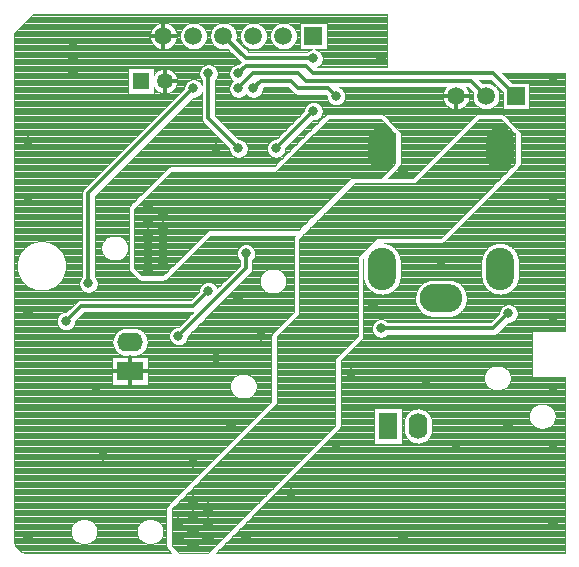
<source format=gbl>
G04 DipTrace 3.2.0.1*
G04 Speed-SensitiveWiperSwitchReplacement-Rev03(NoUnmaskedTraces)-Bottom.gbl*
%MOIN*%
G04 #@! TF.FileFunction,Copper,L2,Bot*
G04 #@! TF.Part,Single*
G04 #@! TA.AperFunction,Conductor*
%ADD14C,0.012*%
G04 #@! TA.AperFunction,CopperBalancing*
%ADD16C,0.004016*%
%ADD17C,0.012992*%
G04 #@! TA.AperFunction,ComponentPad*
%ADD24R,0.05315X0.05315*%
%ADD25C,0.05315*%
%ADD31R,0.086614X0.062992*%
%ADD32O,0.086614X0.062992*%
%ADD33R,0.059055X0.059055*%
%ADD34C,0.059055*%
%ADD35O,0.141732X0.094488*%
%ADD36O,0.094488X0.141732*%
%ADD41R,0.062992X0.086614*%
%ADD42O,0.062992X0.086614*%
G04 #@! TA.AperFunction,ViaPad*
%ADD43C,0.031496*%
%ADD45C,0.03937*%
%FSLAX26Y26*%
G04*
G70*
G90*
G75*
G01*
G04 Bottom*
%LPD*%
X575000Y750000D2*
D14*
X800000Y975000D1*
Y1025000D1*
X275000Y925000D2*
Y1225000D1*
X625000Y1575000D1*
X1025000Y1675000D2*
X800000D1*
X725000Y1750000D1*
X775000Y1375000D2*
X675000Y1475000D1*
Y1625000D1*
X900000Y1375000D2*
X1025000Y1500000D1*
X775000Y1575000D2*
X825000Y1625000D1*
X975000D1*
X1000000Y1600000D1*
X1550000D1*
X1600000Y1550000D1*
X775000Y1625000D2*
X800000Y1650000D1*
X1000000D1*
X1025000Y1625000D1*
X1625000D1*
X1700000Y1550000D1*
X825000Y1575000D2*
X850000Y1600000D1*
X950000D1*
X975000Y1575000D1*
X1075000D1*
X1100000Y1550000D1*
X1675000Y825000D2*
X1625000Y775000D1*
X1250000D1*
X200000Y800000D2*
X250000Y850000D1*
X625000D1*
X675000Y900000D1*
D43*
X575000Y750000D3*
X800000Y1025000D3*
X275000Y925000D3*
X625000Y1575000D3*
X1025000Y1675000D3*
X775000Y1375000D3*
X675000Y1625000D3*
X900000Y1375000D3*
X1025000Y1500000D3*
D3*
X775000Y1575000D3*
Y1625000D3*
X825000Y1575000D3*
X1100000Y1550000D3*
X1675000Y825000D3*
X1250000Y775000D3*
X200000Y800000D3*
X675000Y900000D3*
X225000Y1725000D3*
Y1675000D3*
Y1625000D3*
X1225000Y850000D3*
X1100000Y375000D3*
X75000Y1200000D3*
X300000Y575000D3*
X625000Y325000D3*
X1400000Y600000D3*
X700000Y675000D3*
X1325000Y1300000D3*
X1450000Y1000000D3*
X1825000Y800000D3*
Y1600000D3*
X75000Y825000D3*
Y75000D3*
X800000D3*
X1325000D3*
X1825000Y125000D3*
X1500000Y375000D3*
X775000Y875000D3*
X1250000Y1675000D3*
X700000Y1375000D3*
X1825000Y1200000D3*
X75000Y1400000D3*
X850000Y750000D3*
X750000Y450000D3*
X950000Y225000D3*
X1150000Y625000D3*
D45*
X475000Y1175000D3*
D43*
X325000Y350000D3*
D45*
X475000Y1125000D3*
Y1025000D3*
D43*
X1675000Y450000D3*
D45*
X475000Y1075000D3*
D43*
X1825000Y575000D3*
Y375000D3*
D45*
X475000Y975000D3*
X525000Y1000000D3*
Y1100000D3*
Y1050000D3*
Y1150000D3*
X675000Y75000D3*
X625000Y100000D3*
Y50000D3*
Y150000D3*
Y200000D3*
X675000Y125000D3*
X575000D3*
Y75000D3*
X675000Y175000D3*
X1072349Y1469108D2*
D16*
X1252655D1*
X1068466Y1465223D2*
X1256537D1*
X1064576Y1461339D2*
X1260419D1*
X1060694Y1457454D2*
X1264302D1*
X1056811Y1453570D2*
X1268192D1*
X1052929Y1449685D2*
X1272075D1*
X1049038Y1445801D2*
X1275957D1*
X1045156Y1441916D2*
X1279839D1*
X1041274Y1438031D2*
X1283730D1*
X1037391Y1434147D2*
X1287612D1*
X1033501Y1430262D2*
X1291495D1*
X1029618Y1426378D2*
X1295385D1*
X1025736Y1422493D2*
X1297588D1*
X1021854Y1418609D2*
X1297588D1*
X1017963Y1414724D2*
X1297588D1*
X1014081Y1410840D2*
X1297588D1*
X1010198Y1406955D2*
X1297588D1*
X1006308Y1403071D2*
X1297588D1*
X1002427Y1399186D2*
X1297588D1*
X998543Y1395302D2*
X1297588D1*
X994661Y1391417D2*
X1297588D1*
X990772Y1387533D2*
X1297588D1*
X986888Y1383648D2*
X1297588D1*
X983007Y1379764D2*
X1297588D1*
X979123Y1375879D2*
X1297588D1*
X975234Y1371995D2*
X1297588D1*
X971352Y1368110D2*
X1297588D1*
X967469Y1364226D2*
X1297588D1*
X963587Y1360341D2*
X1297588D1*
X959696Y1356457D2*
X1297588D1*
X955814Y1352572D2*
X1297588D1*
X951932Y1348688D2*
X1297588D1*
X948041Y1344803D2*
X1297588D1*
X944159Y1340919D2*
X1297588D1*
X940276Y1337034D2*
X1297588D1*
X936394Y1333150D2*
X1297588D1*
X932504Y1329265D2*
X1297588D1*
X928621Y1325381D2*
X1297142D1*
X924739Y1321496D2*
X1293251D1*
X920856Y1317612D2*
X1289369D1*
X916966Y1313727D2*
X1285486D1*
X913084Y1309843D2*
X1281604D1*
X909201Y1305958D2*
X1277714D1*
X905311Y1302073D2*
X1273831D1*
X901429Y1298189D2*
X1269949D1*
X547549Y1294304D2*
X1266066D1*
X543659Y1290420D2*
X1262176D1*
X539776Y1286535D2*
X1258294D1*
X535894Y1282651D2*
X1254411D1*
X532010Y1278766D2*
X1250529D1*
X528121Y1274882D2*
X1146636D1*
X524239Y1270997D2*
X1142755D1*
X520356Y1267113D2*
X1138873D1*
X516466Y1263228D2*
X1134990D1*
X512583Y1259344D2*
X1131100D1*
X508701Y1255459D2*
X1127217D1*
X504819Y1251575D2*
X1123335D1*
X500928Y1247690D2*
X1119453D1*
X497046Y1243806D2*
X1115562D1*
X493164Y1239921D2*
X1111680D1*
X489281Y1236037D2*
X1107797D1*
X485391Y1232152D2*
X1103915D1*
X481508Y1228268D2*
X1100025D1*
X477626Y1224383D2*
X1096142D1*
X473744Y1220499D2*
X1092260D1*
X469853Y1216614D2*
X1088369D1*
X465971Y1212730D2*
X1084487D1*
X462088Y1208845D2*
X1080605D1*
X458198Y1204961D2*
X1076722D1*
X454316Y1201076D2*
X1072832D1*
X450433Y1197192D2*
X1068950D1*
X446551Y1193307D2*
X1065067D1*
X442660Y1189423D2*
X1061185D1*
X438778Y1185538D2*
X1057294D1*
X434896Y1181654D2*
X1053412D1*
X431013Y1177769D2*
X1049530D1*
X427413Y1173885D2*
X1045639D1*
X427413Y1170000D2*
X1041757D1*
X427413Y1166115D2*
X1037874D1*
X427413Y1162231D2*
X1033992D1*
X427413Y1158346D2*
X1030102D1*
X427413Y1154462D2*
X1026219D1*
X427413Y1150577D2*
X1022337D1*
X427413Y1146693D2*
X1018454D1*
X427413Y1142808D2*
X1014564D1*
X427413Y1138924D2*
X1010682D1*
X427413Y1135039D2*
X1006799D1*
X427413Y1131155D2*
X1002917D1*
X427413Y1127270D2*
X999026D1*
X427413Y1123386D2*
X995144D1*
X427413Y1119501D2*
X991262D1*
X427413Y1115617D2*
X987371D1*
X427413Y1111732D2*
X983490D1*
X427413Y1107848D2*
X979608D1*
X427413Y1103963D2*
X975724D1*
X427413Y1100079D2*
X671837D1*
X427413Y1096194D2*
X667955D1*
X427413Y1092310D2*
X664064D1*
X427413Y1088425D2*
X660182D1*
X427413Y1084541D2*
X656301D1*
X427413Y1080656D2*
X652417D1*
X427413Y1076772D2*
X648528D1*
X427413Y1072887D2*
X644644D1*
X427413Y1069003D2*
X640762D1*
X427413Y1065118D2*
X636881D1*
X427413Y1061234D2*
X632990D1*
X427413Y1057349D2*
X629108D1*
X427413Y1053465D2*
X625224D1*
X427413Y1049580D2*
X621335D1*
X427413Y1045696D2*
X617453D1*
X427413Y1041811D2*
X613570D1*
X427413Y1037927D2*
X609688D1*
X427413Y1034042D2*
X605798D1*
X427413Y1030157D2*
X601915D1*
X427413Y1026273D2*
X598033D1*
X427413Y1022388D2*
X594150D1*
X427413Y1018504D2*
X590260D1*
X427413Y1014619D2*
X586378D1*
X427413Y1010735D2*
X582495D1*
X427413Y1006850D2*
X578613D1*
X427413Y1002966D2*
X574722D1*
X427413Y999081D2*
X570840D1*
X427413Y995197D2*
X566958D1*
X427413Y991312D2*
X563067D1*
X427413Y987428D2*
X559185D1*
X427413Y983543D2*
X555302D1*
X427413Y979659D2*
X551420D1*
X427469Y975774D2*
X547530D1*
X431350Y971890D2*
X543647D1*
X435234Y968005D2*
X539765D1*
X439123Y964121D2*
X535882D1*
X443005Y960236D2*
X531992D1*
X446888Y956352D2*
X528110D1*
X450770Y952467D2*
X524227D1*
X427008Y1174161D2*
Y975835D1*
X450829Y952010D1*
X524173Y952008D1*
X673820Y1101625D1*
X674379Y1101909D1*
X675000Y1102008D1*
X974165D1*
X1148820Y1276625D1*
X1149379Y1276909D1*
X1150000Y1277008D1*
X1249175D1*
X1297990Y1325829D1*
X1297992Y1424175D1*
X1249171Y1472990D1*
X1075824Y1472992D1*
X901180Y1298375D1*
X900621Y1298091D1*
X900000Y1297992D1*
X550825D1*
X427007Y1174167D1*
X86853Y1818517D2*
X1270822D1*
X82963Y1814633D2*
X1270822D1*
X79081Y1810748D2*
X1270822D1*
X75198Y1806864D2*
X1270822D1*
X71316Y1802979D2*
X1270822D1*
X67425Y1799094D2*
X1270822D1*
X63543Y1795210D2*
X1270822D1*
X59661Y1791325D2*
X507594D1*
X542406D2*
X607588D1*
X642407D2*
X707589D1*
X742408D2*
X807591D1*
X842411D2*
X907592D1*
X942412D2*
X979907D1*
X1070092D2*
X1270822D1*
X55778Y1787441D2*
X500198D1*
X549802D2*
X600199D1*
X649795D2*
X700201D1*
X749797D2*
X800202D1*
X849798D2*
X900203D1*
X949801D2*
X979907D1*
X1070092D2*
X1270822D1*
X51888Y1783556D2*
X495084D1*
X554916D2*
X595085D1*
X654917D2*
X695087D1*
X754911D2*
X795089D1*
X854912D2*
X895083D1*
X954913D2*
X979907D1*
X1070092D2*
X1270822D1*
X48005Y1779672D2*
X491186D1*
X558814D2*
X591180D1*
X658815D2*
X691181D1*
X758816D2*
X791182D1*
X858818D2*
X891184D1*
X958820D2*
X979907D1*
X1070092D2*
X1270822D1*
X44123Y1775787D2*
X488104D1*
X561896D2*
X588105D1*
X661898D2*
X688098D1*
X761899D2*
X788100D1*
X861900D2*
X888102D1*
X961902D2*
X979907D1*
X1070092D2*
X1270822D1*
X40241Y1771903D2*
X485648D1*
X564350D2*
X585642D1*
X664353D2*
X685644D1*
X764354D2*
X785646D1*
X864356D2*
X885647D1*
X964357D2*
X979907D1*
X1070092D2*
X1270822D1*
X36350Y1768018D2*
X483703D1*
X566297D2*
X583705D1*
X666298D2*
X683706D1*
X766299D2*
X783701D1*
X866293D2*
X883702D1*
X966294D2*
X979907D1*
X1070092D2*
X1270822D1*
X32469Y1764134D2*
X482206D1*
X567794D2*
X582207D1*
X667795D2*
X682201D1*
X767797D2*
X782202D1*
X867799D2*
X882203D1*
X967793D2*
X979907D1*
X1070092D2*
X1270822D1*
X28585Y1760249D2*
X481100D1*
X568900D2*
X581101D1*
X668902D2*
X681102D1*
X768895D2*
X781104D1*
X868896D2*
X881098D1*
X968899D2*
X979907D1*
X1070092D2*
X1270822D1*
X28398Y1756365D2*
X480362D1*
X569638D2*
X580364D1*
X669631D2*
X680365D1*
X769633D2*
X780367D1*
X869634D2*
X880369D1*
X969635D2*
X979907D1*
X1070092D2*
X1270822D1*
X28398Y1752480D2*
X479978D1*
X570021D2*
X579979D1*
X670024D2*
X679982D1*
X770025D2*
X779983D1*
X870018D2*
X879976D1*
X970020D2*
X979907D1*
X1070092D2*
X1270822D1*
X28398Y1748596D2*
X479930D1*
X570068D2*
X579932D1*
X670071D2*
X679934D1*
X770064D2*
X779936D1*
X870066D2*
X879929D1*
X970067D2*
X979907D1*
X1070092D2*
X1270822D1*
X28398Y1744711D2*
X480220D1*
X569778D2*
X580223D1*
X669772D2*
X680224D1*
X769774D2*
X780226D1*
X869776D2*
X880227D1*
X969777D2*
X979907D1*
X1070092D2*
X1270822D1*
X28398Y1740827D2*
X480865D1*
X569135D2*
X580866D1*
X669136D2*
X680860D1*
X769138D2*
X780861D1*
X869140D2*
X880862D1*
X969142D2*
X979907D1*
X1070092D2*
X1270822D1*
X28398Y1736942D2*
X481861D1*
X568139D2*
X581862D1*
X668140D2*
X681864D1*
X768386D2*
X781857D1*
X868136D2*
X881858D1*
X968138D2*
X979907D1*
X1070092D2*
X1270822D1*
X28398Y1733058D2*
X483248D1*
X566751D2*
X583251D1*
X666752D2*
X683244D1*
X772268D2*
X783245D1*
X866756D2*
X883247D1*
X966757D2*
X979907D1*
X1070092D2*
X1270822D1*
X28398Y1729173D2*
X485060D1*
X564940D2*
X585062D1*
X664941D2*
X685063D1*
X776151D2*
X785058D1*
X864944D2*
X885059D1*
X964937D2*
X979907D1*
X1070092D2*
X1270822D1*
X28398Y1725289D2*
X487366D1*
X562634D2*
X587367D1*
X662635D2*
X687361D1*
X780041D2*
X787364D1*
X862638D2*
X887365D1*
X962639D2*
X979907D1*
X1070092D2*
X1270822D1*
X28398Y1721404D2*
X490260D1*
X559739D2*
X590255D1*
X659740D2*
X690256D1*
X783923D2*
X790257D1*
X859744D2*
X890259D1*
X959745D2*
X979907D1*
X1070092D2*
X1270822D1*
X28398Y1717520D2*
X493908D1*
X556092D2*
X593909D1*
X656093D2*
X693903D1*
X787806D2*
X793904D1*
X856097D2*
X893906D1*
X956098D2*
X979907D1*
X1070092D2*
X1270822D1*
X28398Y1713635D2*
X498621D1*
X551378D2*
X598623D1*
X651371D2*
X698625D1*
X791696D2*
X798626D1*
X851375D2*
X898627D1*
X951377D2*
X979907D1*
X1070092D2*
X1270822D1*
X28398Y1709751D2*
X505178D1*
X544822D2*
X605180D1*
X644815D2*
X705181D1*
X795577D2*
X805182D1*
X844818D2*
X905185D1*
X944820D2*
X979907D1*
X1070092D2*
X1270822D1*
X28398Y1705866D2*
X517579D1*
X532421D2*
X617580D1*
X632415D2*
X717581D1*
X732416D2*
X738806D1*
X799461D2*
X817583D1*
X832417D2*
X917584D1*
X932420D2*
X979907D1*
X1070092D2*
X1270822D1*
X28398Y1701982D2*
X742688D1*
X803343D2*
X1009524D1*
X1040476D2*
X1270822D1*
X28398Y1698097D2*
X746577D1*
X807234D2*
X1004056D1*
X1045942D2*
X1270822D1*
X28398Y1694213D2*
X750461D1*
X1049613D2*
X1270822D1*
X28398Y1690328D2*
X754343D1*
X1052241D2*
X1270822D1*
X28398Y1686444D2*
X758226D1*
X1054115D2*
X1270822D1*
X28398Y1682559D2*
X762115D1*
X1055370D2*
X1270822D1*
X28398Y1678675D2*
X765997D1*
X1056092D2*
X1270822D1*
X28398Y1674790D2*
X769881D1*
X1056311D2*
X1270822D1*
X28398Y1670906D2*
X773770D1*
X1056037D2*
X1270822D1*
X28398Y1667021D2*
X777654D1*
X1055260D2*
X1270822D1*
X28398Y1663136D2*
X781535D1*
X1053942D2*
X1270822D1*
X28398Y1659252D2*
X778924D1*
X1051997D2*
X1270822D1*
X28398Y1655367D2*
X668844D1*
X681160D2*
X768837D1*
X1049276D2*
X1270822D1*
X28398Y1651483D2*
X658663D1*
X691341D2*
X758664D1*
X1045457D2*
X1270822D1*
X28398Y1647598D2*
X653510D1*
X696487D2*
X753512D1*
X1039699D2*
X1270822D1*
X28398Y1643714D2*
X649996D1*
X700000D2*
X749997D1*
X28398Y1639829D2*
X407860D1*
X492138D2*
X515869D1*
X541613D2*
X647479D1*
X702518D2*
X747480D1*
X28398Y1635945D2*
X407860D1*
X492138D2*
X507131D1*
X550350D2*
X645690D1*
X704306D2*
X745692D1*
X28398Y1632060D2*
X407860D1*
X492138D2*
X501617D1*
X555865D2*
X644507D1*
X705491D2*
X744508D1*
X28398Y1628176D2*
X407860D1*
X492138D2*
X497547D1*
X559928D2*
X643854D1*
X706150D2*
X743857D1*
X28398Y1624291D2*
X407860D1*
X492138D2*
X494402D1*
X563080D2*
X643698D1*
X706298D2*
X743699D1*
X1656038D2*
X1861371D1*
X28398Y1620407D2*
X407860D1*
X565551D2*
X644035D1*
X705969D2*
X744037D1*
X1659921D2*
X1861371D1*
X28398Y1616522D2*
X407860D1*
X567465D2*
X644874D1*
X705122D2*
X744877D1*
X1663803D2*
X1861371D1*
X28398Y1612638D2*
X407860D1*
X568916D2*
X646270D1*
X703734D2*
X746272D1*
X1667693D2*
X1861371D1*
X28398Y1608753D2*
X407860D1*
X569951D2*
X648302D1*
X701694D2*
X748303D1*
X1671576D2*
X1861371D1*
X28398Y1604869D2*
X407860D1*
X570594D2*
X616647D1*
X633348D2*
X651142D1*
X698856D2*
X751143D1*
X1675458D2*
X1861371D1*
X28398Y1600984D2*
X407860D1*
X570869D2*
X607862D1*
X642140D2*
X653440D1*
X696564D2*
X755143D1*
X1579346D2*
X1618685D1*
X1679341D2*
X1861371D1*
X28398Y1597100D2*
X407860D1*
X570774D2*
X602992D1*
X647010D2*
X653440D1*
X696564D2*
X752986D1*
X1583230D2*
X1622576D1*
X1683231D2*
X1861371D1*
X28398Y1593215D2*
X407860D1*
X570320D2*
X599627D1*
X650375D2*
X653440D1*
X696564D2*
X749629D1*
X1611778D2*
X1626458D1*
X1745091D2*
X1861371D1*
X28398Y1589331D2*
X407860D1*
X569488D2*
X597211D1*
X696564D2*
X747214D1*
X1621614D2*
X1630341D1*
X1745091D2*
X1861371D1*
X28398Y1585446D2*
X407860D1*
X568257D2*
X595509D1*
X696564D2*
X745512D1*
X1627614D2*
X1634223D1*
X1745091D2*
X1861371D1*
X28398Y1581562D2*
X407860D1*
X566587D2*
X594395D1*
X696564D2*
X744398D1*
X1632038D2*
X1638113D1*
X1745091D2*
X1861371D1*
X28398Y1577677D2*
X407860D1*
X564406D2*
X593807D1*
X696564D2*
X743810D1*
X858003D2*
X941993D1*
X1114163D2*
X1464510D1*
X1535487D2*
X1541995D1*
X1635490D2*
X1641996D1*
X1745091D2*
X1861371D1*
X28398Y1573793D2*
X407860D1*
X492138D2*
X495861D1*
X561622D2*
X593462D1*
X696564D2*
X743715D1*
X856285D2*
X945883D1*
X1120133D2*
X1461773D1*
X1538232D2*
X1545877D1*
X1638226D2*
X1645878D1*
X1745091D2*
X1861371D1*
X28398Y1569908D2*
X407860D1*
X492138D2*
X499421D1*
X558060D2*
X589580D1*
X696564D2*
X744115D1*
X855885D2*
X949765D1*
X1124046D2*
X1459593D1*
X1540413D2*
X1549766D1*
X1640407D2*
X1649761D1*
X1745091D2*
X1861371D1*
X28398Y1566024D2*
X407860D1*
X492138D2*
X504104D1*
X553378D2*
X585697D1*
X696564D2*
X745025D1*
X854975D2*
X953648D1*
X1126831D2*
X1457883D1*
X1542115D2*
X1553650D1*
X1642117D2*
X1653651D1*
X1745091D2*
X1861371D1*
X28398Y1562139D2*
X407860D1*
X492138D2*
X510778D1*
X546703D2*
X581815D1*
X696564D2*
X746492D1*
X853508D2*
X957530D1*
X1128831D2*
X1456589D1*
X1543409D2*
X1556591D1*
X1643411D2*
X1654913D1*
X1745091D2*
X1861371D1*
X28398Y1558255D2*
X577924D1*
X651379D2*
X653444D1*
X696564D2*
X748617D1*
X851383D2*
X961664D1*
X1130188D2*
X1455680D1*
X1544319D2*
X1555681D1*
X1644320D2*
X1654913D1*
X1745091D2*
X1861371D1*
X28398Y1554370D2*
X574042D1*
X648415D2*
X653440D1*
X696564D2*
X751583D1*
X798417D2*
X801583D1*
X848419D2*
X969891D1*
X1131003D2*
X1455122D1*
X1544875D2*
X1555123D1*
X1644878D2*
X1654913D1*
X1745091D2*
X1861371D1*
X28398Y1550486D2*
X570160D1*
X644227D2*
X653440D1*
X696564D2*
X755770D1*
X794230D2*
X805772D1*
X844230D2*
X1068693D1*
X1131308D2*
X1454911D1*
X1545088D2*
X1554912D1*
X1645089D2*
X1654913D1*
X1745091D2*
X1861371D1*
X28398Y1546601D2*
X566277D1*
X637600D2*
X653440D1*
X696564D2*
X762398D1*
X787601D2*
X812399D1*
X837602D2*
X1068881D1*
X1131121D2*
X1455035D1*
X1544962D2*
X1555038D1*
X1644963D2*
X1654913D1*
X1745091D2*
X1861371D1*
X28398Y1542717D2*
X562387D1*
X623042D2*
X653440D1*
X696564D2*
X1069563D1*
X1130438D2*
X1455507D1*
X1544492D2*
X1555508D1*
X1644493D2*
X1654913D1*
X1745091D2*
X1861371D1*
X28398Y1538832D2*
X558505D1*
X619160D2*
X653440D1*
X696564D2*
X1070780D1*
X1129222D2*
X1456331D1*
X1543668D2*
X1556332D1*
X1643669D2*
X1654913D1*
X1745091D2*
X1861371D1*
X28398Y1534948D2*
X554622D1*
X615277D2*
X653440D1*
X696564D2*
X1072606D1*
X1127395D2*
X1457522D1*
X1542476D2*
X1557524D1*
X1642478D2*
X1654913D1*
X1745091D2*
X1861371D1*
X28398Y1531063D2*
X550732D1*
X611387D2*
X653440D1*
X696564D2*
X1075172D1*
X1124831D2*
X1459122D1*
X1540875D2*
X1559123D1*
X1640878D2*
X1654913D1*
X1745091D2*
X1861371D1*
X28398Y1527178D2*
X546849D1*
X607504D2*
X653440D1*
X696564D2*
X1009877D1*
X1040123D2*
X1078756D1*
X1121245D2*
X1461177D1*
X1538820D2*
X1561178D1*
X1638823D2*
X1654913D1*
X1745091D2*
X1861371D1*
X28398Y1523294D2*
X542967D1*
X603622D2*
X653440D1*
X696564D2*
X1004283D1*
X1045715D2*
X1084034D1*
X1115959D2*
X1463765D1*
X1536232D2*
X1563768D1*
X1636234D2*
X1654913D1*
X1745091D2*
X1861371D1*
X28398Y1519409D2*
X539085D1*
X599740D2*
X653440D1*
X696564D2*
X1000543D1*
X1049457D2*
X1095172D1*
X1104822D2*
X1467021D1*
X1532978D2*
X1567022D1*
X1632979D2*
X1654913D1*
X1745091D2*
X1861371D1*
X28398Y1515525D2*
X535194D1*
X595849D2*
X653440D1*
X696564D2*
X997869D1*
X1052131D2*
X1471161D1*
X1528836D2*
X1571163D1*
X1628837D2*
X1654913D1*
X1745091D2*
X1861371D1*
X28398Y1511640D2*
X531312D1*
X591967D2*
X653440D1*
X696564D2*
X995962D1*
X1054037D2*
X1476676D1*
X1523331D2*
X1576669D1*
X1623324D2*
X1654913D1*
X1745091D2*
X1861371D1*
X28398Y1507756D2*
X527429D1*
X588085D2*
X653440D1*
X696564D2*
X994676D1*
X1055323D2*
X1485021D1*
X1514978D2*
X1585022D1*
X1614979D2*
X1654913D1*
X1745091D2*
X1861371D1*
X28398Y1503871D2*
X523547D1*
X584202D2*
X653440D1*
X696564D2*
X993930D1*
X1056068D2*
X1861371D1*
X28398Y1499987D2*
X519657D1*
X580312D2*
X653440D1*
X696564D2*
X993688D1*
X1056311D2*
X1861371D1*
X28398Y1496102D2*
X515774D1*
X576429D2*
X653440D1*
X696564D2*
X990778D1*
X1056060D2*
X1861371D1*
X28398Y1492218D2*
X511892D1*
X572547D2*
X653440D1*
X696564D2*
X986887D1*
X1055315D2*
X1861371D1*
X28398Y1488333D2*
X508009D1*
X568657D2*
X653440D1*
X696564D2*
X983005D1*
X1054021D2*
X1067383D1*
X1257617D2*
X1567383D1*
X1657615D2*
X1861371D1*
X28398Y1484449D2*
X504119D1*
X564774D2*
X653440D1*
X696564D2*
X979123D1*
X1052115D2*
X1062606D1*
X1262394D2*
X1562606D1*
X1662391D2*
X1861371D1*
X28398Y1480564D2*
X500238D1*
X560892D2*
X653440D1*
X699765D2*
X975240D1*
X1049433D2*
X1058724D1*
X1266276D2*
X1558724D1*
X1666282D2*
X1861371D1*
X28398Y1476680D2*
X496354D1*
X557009D2*
X653440D1*
X703647D2*
X971350D1*
X1045684D2*
X1054841D1*
X1270165D2*
X1554841D1*
X1670164D2*
X1861371D1*
X28398Y1472795D2*
X492465D1*
X553119D2*
X653549D1*
X707530D2*
X967467D1*
X1040076D2*
X1050951D1*
X1274049D2*
X1550951D1*
X1674046D2*
X1861371D1*
X28398Y1468911D2*
X488581D1*
X549238D2*
X654333D1*
X711420D2*
X963585D1*
X1024240D2*
X1047070D1*
X1277930D2*
X1547068D1*
X1677929D2*
X1861371D1*
X28398Y1465026D2*
X484699D1*
X545354D2*
X655933D1*
X715302D2*
X959696D1*
X1020350D2*
X1043186D1*
X1281812D2*
X1543186D1*
X1681819D2*
X1861371D1*
X28398Y1461142D2*
X480818D1*
X541472D2*
X658608D1*
X719185D2*
X955812D1*
X1016467D2*
X1039297D1*
X1285703D2*
X1539297D1*
X1685702D2*
X1861371D1*
X28398Y1457257D2*
X476927D1*
X537581D2*
X662412D1*
X723067D2*
X951930D1*
X1012585D2*
X1035413D1*
X1289585D2*
X1535413D1*
X1689584D2*
X1861371D1*
X28398Y1453373D2*
X473045D1*
X533699D2*
X666302D1*
X726958D2*
X948047D1*
X1008703D2*
X1031531D1*
X1293469D2*
X1531531D1*
X1693466D2*
X1861371D1*
X28398Y1449488D2*
X469161D1*
X529818D2*
X670185D1*
X730840D2*
X944157D1*
X1004812D2*
X1027650D1*
X1297350D2*
X1527648D1*
X1697357D2*
X1861371D1*
X28398Y1445604D2*
X465280D1*
X525934D2*
X674067D1*
X734722D2*
X940276D1*
X1000930D2*
X1023759D1*
X1301240D2*
X1523759D1*
X1701239D2*
X1861371D1*
X28398Y1441719D2*
X461390D1*
X522045D2*
X677958D1*
X738605D2*
X936392D1*
X997047D2*
X1019877D1*
X1305123D2*
X1519877D1*
X1705122D2*
X1861371D1*
X28398Y1437835D2*
X457507D1*
X518161D2*
X681840D1*
X742495D2*
X932510D1*
X993165D2*
X1015993D1*
X1309005D2*
X1515993D1*
X1709004D2*
X1861371D1*
X28398Y1433950D2*
X453625D1*
X514280D2*
X685722D1*
X746377D2*
X928621D1*
X989276D2*
X1012112D1*
X1312636D2*
X1512112D1*
X1712635D2*
X1861371D1*
X28398Y1430066D2*
X449743D1*
X510390D2*
X689605D1*
X750260D2*
X924738D1*
X985392D2*
X1008222D1*
X1314692D2*
X1508222D1*
X1714690D2*
X1861371D1*
X28398Y1426181D2*
X445852D1*
X506507D2*
X693495D1*
X754150D2*
X920856D1*
X981510D2*
X1004339D1*
X1315516D2*
X1504339D1*
X1715513D2*
X1861371D1*
X28398Y1422297D2*
X441970D1*
X502625D2*
X697378D1*
X758033D2*
X916972D1*
X977619D2*
X1000457D1*
X1315563D2*
X1500457D1*
X1715560D2*
X1861371D1*
X28398Y1418412D2*
X438087D1*
X498741D2*
X701260D1*
X761915D2*
X913083D1*
X973738D2*
X996566D1*
X1315563D2*
X1496573D1*
X1715560D2*
X1861371D1*
X28398Y1414528D2*
X434197D1*
X494852D2*
X705142D1*
X765797D2*
X909201D1*
X969856D2*
X992684D1*
X1315563D2*
X1492684D1*
X1715560D2*
X1861371D1*
X28398Y1410643D2*
X430315D1*
X490970D2*
X709033D1*
X769688D2*
X905318D1*
X965972D2*
X988802D1*
X1315563D2*
X1488802D1*
X1715560D2*
X1861371D1*
X28398Y1406759D2*
X426432D1*
X487087D2*
X712915D1*
X773570D2*
X901428D1*
X962083D2*
X984919D1*
X1315563D2*
X1484919D1*
X1715560D2*
X1861371D1*
X28398Y1402874D2*
X422550D1*
X483205D2*
X716797D1*
X788755D2*
X886243D1*
X958201D2*
X981029D1*
X1315861D2*
X1481029D1*
X1715560D2*
X1861371D1*
X28398Y1398990D2*
X418659D1*
X479315D2*
X720680D1*
X794888D2*
X880109D1*
X954318D2*
X977147D1*
X1315954D2*
X1477146D1*
X1715560D2*
X1861371D1*
X28398Y1395105D2*
X414777D1*
X475432D2*
X724570D1*
X798881D2*
X876125D1*
X950436D2*
X973264D1*
X1315954D2*
X1473264D1*
X1715560D2*
X1861371D1*
X28398Y1391220D2*
X410895D1*
X471550D2*
X728453D1*
X801711D2*
X873286D1*
X946545D2*
X969382D1*
X1315954D2*
X1469382D1*
X1715560D2*
X1861371D1*
X28398Y1387336D2*
X407012D1*
X467659D2*
X732335D1*
X803743D2*
X871255D1*
X942663D2*
X965491D1*
X1315954D2*
X1465491D1*
X1715560D2*
X1861371D1*
X28398Y1383451D2*
X403122D1*
X463777D2*
X736224D1*
X805131D2*
X869866D1*
X938781D2*
X961609D1*
X1315954D2*
X1461609D1*
X1715560D2*
X1861371D1*
X28398Y1379567D2*
X399239D1*
X459895D2*
X740108D1*
X805970D2*
X869028D1*
X934898D2*
X957727D1*
X1315954D2*
X1457726D1*
X1715560D2*
X1861371D1*
X28398Y1375682D2*
X395357D1*
X456012D2*
X743699D1*
X806299D2*
X868698D1*
X931306D2*
X953844D1*
X1315954D2*
X1453844D1*
X1715560D2*
X1861371D1*
X28398Y1371798D2*
X391475D1*
X452122D2*
X743857D1*
X806143D2*
X868854D1*
X931140D2*
X949954D1*
X1315954D2*
X1449954D1*
X1715560D2*
X1861371D1*
X28398Y1367913D2*
X387584D1*
X448239D2*
X744516D1*
X805484D2*
X869513D1*
X930490D2*
X946071D1*
X1315954D2*
X1446071D1*
X1715560D2*
X1861371D1*
X28398Y1364029D2*
X383702D1*
X444357D2*
X745699D1*
X804299D2*
X870706D1*
X929298D2*
X942189D1*
X1315954D2*
X1442189D1*
X1715560D2*
X1861371D1*
X28398Y1360144D2*
X379819D1*
X440475D2*
X747496D1*
X802504D2*
X872493D1*
X927509D2*
X938299D1*
X1315954D2*
X1438298D1*
X1715560D2*
X1861371D1*
X28398Y1356260D2*
X375929D1*
X436584D2*
X750021D1*
X799978D2*
X875020D1*
X924984D2*
X934416D1*
X1315954D2*
X1434416D1*
X1715560D2*
X1861371D1*
X28398Y1352375D2*
X372047D1*
X432702D2*
X753543D1*
X796457D2*
X878541D1*
X921462D2*
X930534D1*
X1315954D2*
X1430534D1*
X1715560D2*
X1861371D1*
X28398Y1348491D2*
X368164D1*
X428819D2*
X758703D1*
X791295D2*
X883702D1*
X916294D2*
X926651D1*
X1315845D2*
X1426651D1*
X1715560D2*
X1861371D1*
X28398Y1344606D2*
X364282D1*
X424937D2*
X768979D1*
X781021D2*
X893976D1*
X906018D2*
X922761D1*
X1315563D2*
X1422761D1*
X1715560D2*
X1861371D1*
X28398Y1340722D2*
X360392D1*
X421047D2*
X918879D1*
X1315563D2*
X1418879D1*
X1715560D2*
X1861371D1*
X28398Y1336837D2*
X356509D1*
X417164D2*
X914996D1*
X1315563D2*
X1414996D1*
X1715560D2*
X1861371D1*
X28398Y1332953D2*
X352627D1*
X413282D2*
X911114D1*
X1315563D2*
X1411114D1*
X1715560D2*
X1861371D1*
X28398Y1329068D2*
X348744D1*
X409391D2*
X907223D1*
X1315563D2*
X1407223D1*
X1715560D2*
X1861371D1*
X28398Y1325184D2*
X344854D1*
X405509D2*
X903341D1*
X1315563D2*
X1403341D1*
X1715560D2*
X1861371D1*
X28398Y1321299D2*
X340972D1*
X401627D2*
X899459D1*
X1315100D2*
X1399459D1*
X1715106D2*
X1861371D1*
X28398Y1317415D2*
X337089D1*
X397744D2*
X895576D1*
X1313531D2*
X1395576D1*
X1713529D2*
X1861371D1*
X28398Y1313530D2*
X333199D1*
X393854D2*
X542756D1*
X1310370D2*
X1391686D1*
X1710369D2*
X1861371D1*
X28398Y1309646D2*
X329316D1*
X389972D2*
X537806D1*
X1306488D2*
X1387803D1*
X1706486D2*
X1861371D1*
X28398Y1305761D2*
X325434D1*
X386089D2*
X533916D1*
X1302605D2*
X1383921D1*
X1702604D2*
X1861371D1*
X28398Y1301877D2*
X321552D1*
X382207D2*
X530034D1*
X1298715D2*
X1380031D1*
X1698722D2*
X1861371D1*
X28398Y1297992D2*
X317661D1*
X378316D2*
X526151D1*
X1294833D2*
X1376148D1*
X1694831D2*
X1861371D1*
X28398Y1294108D2*
X313780D1*
X374434D2*
X522269D1*
X1290950D2*
X1372266D1*
X1690949D2*
X1861371D1*
X28398Y1290223D2*
X309896D1*
X370552D2*
X518378D1*
X1287068D2*
X1368383D1*
X1687066D2*
X1861371D1*
X28398Y1286339D2*
X306014D1*
X366669D2*
X514496D1*
X1283177D2*
X1364493D1*
X1683184D2*
X1861371D1*
X28398Y1282454D2*
X302125D1*
X362780D2*
X510614D1*
X1279295D2*
X1360612D1*
X1679294D2*
X1861371D1*
X28398Y1278570D2*
X298241D1*
X358896D2*
X506731D1*
X1275413D2*
X1356728D1*
X1675411D2*
X1861371D1*
X28398Y1274685D2*
X294360D1*
X355014D2*
X502841D1*
X1671529D2*
X1861371D1*
X28398Y1270801D2*
X290476D1*
X351125D2*
X498958D1*
X1667647D2*
X1861371D1*
X28398Y1266916D2*
X286587D1*
X347241D2*
X495076D1*
X1663756D2*
X1861371D1*
X28398Y1263031D2*
X282705D1*
X343360D2*
X491186D1*
X1659874D2*
X1861371D1*
X28398Y1259147D2*
X278822D1*
X339476D2*
X487303D1*
X1655991D2*
X1861371D1*
X28398Y1255262D2*
X274932D1*
X335587D2*
X483421D1*
X1652101D2*
X1861371D1*
X28398Y1251378D2*
X271049D1*
X331705D2*
X479538D1*
X1648219D2*
X1861371D1*
X28398Y1247493D2*
X267167D1*
X327822D2*
X475648D1*
X1644336D2*
X1861371D1*
X28398Y1243609D2*
X263285D1*
X323940D2*
X471766D1*
X1640454D2*
X1861371D1*
X28398Y1239724D2*
X259402D1*
X320049D2*
X467883D1*
X1636563D2*
X1861371D1*
X28398Y1235840D2*
X256421D1*
X316167D2*
X464001D1*
X1632681D2*
X1861371D1*
X28398Y1231955D2*
X254610D1*
X312285D2*
X460112D1*
X1628799D2*
X1861371D1*
X28398Y1228071D2*
X253660D1*
X308402D2*
X456228D1*
X1624916D2*
X1861371D1*
X28398Y1224186D2*
X253441D1*
X304512D2*
X452346D1*
X1621026D2*
X1861371D1*
X28398Y1220302D2*
X253441D1*
X300629D2*
X448463D1*
X1617143D2*
X1861371D1*
X28398Y1216417D2*
X253441D1*
X296747D2*
X444573D1*
X1613261D2*
X1861371D1*
X28398Y1212533D2*
X253441D1*
X296559D2*
X440692D1*
X1609371D2*
X1861371D1*
X28398Y1208648D2*
X253441D1*
X296559D2*
X436808D1*
X1605488D2*
X1861371D1*
X28398Y1204764D2*
X253441D1*
X296559D2*
X432919D1*
X1601606D2*
X1861371D1*
X28398Y1200879D2*
X253441D1*
X296559D2*
X429035D1*
X1597723D2*
X1861371D1*
X28398Y1196995D2*
X253441D1*
X296559D2*
X425154D1*
X1593833D2*
X1861371D1*
X28398Y1193110D2*
X253441D1*
X296559D2*
X421272D1*
X1589951D2*
X1861371D1*
X28398Y1189226D2*
X253441D1*
X296559D2*
X417381D1*
X1586068D2*
X1861371D1*
X28398Y1185341D2*
X253441D1*
X296559D2*
X413514D1*
X1582186D2*
X1861371D1*
X28398Y1181457D2*
X253441D1*
X296559D2*
X410879D1*
X1578297D2*
X1861371D1*
X28398Y1177572D2*
X253441D1*
X296559D2*
X409655D1*
X1574413D2*
X1861371D1*
X28398Y1173688D2*
X253441D1*
X296559D2*
X409436D1*
X1570531D2*
X1861371D1*
X28398Y1169803D2*
X253441D1*
X296559D2*
X409436D1*
X1566648D2*
X1861371D1*
X28398Y1165919D2*
X253441D1*
X296559D2*
X409436D1*
X1562759D2*
X1861371D1*
X28398Y1162034D2*
X253441D1*
X296559D2*
X409436D1*
X1558877D2*
X1861371D1*
X28398Y1158150D2*
X253441D1*
X296559D2*
X409436D1*
X1554993D2*
X1861371D1*
X28398Y1154265D2*
X253441D1*
X296559D2*
X409436D1*
X1551104D2*
X1861371D1*
X28398Y1150381D2*
X253441D1*
X296559D2*
X409436D1*
X1547220D2*
X1861371D1*
X28398Y1146496D2*
X253441D1*
X296559D2*
X409436D1*
X1543339D2*
X1861371D1*
X28398Y1142612D2*
X253441D1*
X296559D2*
X409436D1*
X1539457D2*
X1861371D1*
X28398Y1138727D2*
X253441D1*
X296559D2*
X409436D1*
X1535566D2*
X1861371D1*
X28398Y1134843D2*
X253441D1*
X296559D2*
X409436D1*
X1531684D2*
X1861371D1*
X28398Y1130958D2*
X253441D1*
X296559D2*
X409436D1*
X1527801D2*
X1861371D1*
X28398Y1127073D2*
X253441D1*
X296559D2*
X409436D1*
X1523919D2*
X1861371D1*
X28398Y1123189D2*
X253441D1*
X296559D2*
X409436D1*
X1520029D2*
X1861371D1*
X28398Y1119304D2*
X253441D1*
X296559D2*
X409436D1*
X1516146D2*
X1861371D1*
X28398Y1115420D2*
X253441D1*
X296559D2*
X409436D1*
X1512264D2*
X1861371D1*
X28398Y1111535D2*
X253441D1*
X296559D2*
X409436D1*
X1508381D2*
X1861371D1*
X28398Y1107651D2*
X253441D1*
X296559D2*
X409436D1*
X1504491D2*
X1861371D1*
X28398Y1103766D2*
X253441D1*
X296559D2*
X409436D1*
X1500609D2*
X1861371D1*
X28398Y1099882D2*
X253441D1*
X296559D2*
X409436D1*
X1496726D2*
X1861371D1*
X28398Y1095997D2*
X253441D1*
X296559D2*
X409436D1*
X1492836D2*
X1861371D1*
X28398Y1092113D2*
X253441D1*
X296559D2*
X409436D1*
X1488954D2*
X1861371D1*
X28398Y1088228D2*
X253441D1*
X296559D2*
X409436D1*
X1485071D2*
X1861371D1*
X28398Y1084344D2*
X253441D1*
X296559D2*
X409436D1*
X681184D2*
X962660D1*
X1481189D2*
X1861371D1*
X28398Y1080459D2*
X253441D1*
X296559D2*
X341121D1*
X383289D2*
X409436D1*
X677302D2*
X960455D1*
X1477298D2*
X1861371D1*
X28398Y1076575D2*
X253441D1*
X296559D2*
X334328D1*
X390081D2*
X409436D1*
X673420D2*
X959522D1*
X1473416D2*
X1861371D1*
X28398Y1072690D2*
X253441D1*
X296559D2*
X329630D1*
X394780D2*
X409436D1*
X669529D2*
X959436D1*
X1469534D2*
X1861371D1*
X28398Y1068806D2*
X253441D1*
X296559D2*
X326077D1*
X398333D2*
X409436D1*
X665647D2*
X959436D1*
X1465651D2*
X1861371D1*
X28398Y1064921D2*
X103509D1*
X132493D2*
X253441D1*
X296559D2*
X323316D1*
X401093D2*
X409436D1*
X661764D2*
X959436D1*
X1461761D2*
X1861371D1*
X28398Y1061037D2*
X89101D1*
X146902D2*
X253441D1*
X296559D2*
X321176D1*
X403235D2*
X409436D1*
X657882D2*
X959436D1*
X1456310D2*
X1861371D1*
X28398Y1057152D2*
X80239D1*
X155756D2*
X253441D1*
X296559D2*
X319537D1*
X404874D2*
X409436D1*
X653992D2*
X959436D1*
X1272934D2*
X1627062D1*
X1666635D2*
X1861371D1*
X28398Y1053268D2*
X73454D1*
X162549D2*
X253441D1*
X296559D2*
X318352D1*
X406058D2*
X409436D1*
X650109D2*
X787096D1*
X812904D2*
X959436D1*
X1282213D2*
X1617783D1*
X1675913D2*
X1861371D1*
X28398Y1049383D2*
X67878D1*
X168117D2*
X253441D1*
X296559D2*
X317567D1*
X406843D2*
X409436D1*
X646227D2*
X780602D1*
X819398D2*
X959436D1*
X1288723D2*
X1611274D1*
X1682423D2*
X1861371D1*
X28398Y1045499D2*
X63148D1*
X172854D2*
X253441D1*
X296559D2*
X317176D1*
X407235D2*
X409436D1*
X642344D2*
X776469D1*
X823531D2*
X959436D1*
X1293829D2*
X1606168D1*
X1687529D2*
X1861371D1*
X28398Y1041614D2*
X59054D1*
X176949D2*
X253441D1*
X296559D2*
X317152D1*
X407259D2*
X409436D1*
X638454D2*
X773535D1*
X826465D2*
X959436D1*
X1298025D2*
X1601979D1*
X1691726D2*
X1861371D1*
X28398Y1037730D2*
X55470D1*
X180533D2*
X253441D1*
X296559D2*
X317497D1*
X406913D2*
X409436D1*
X634572D2*
X771433D1*
X828567D2*
X959436D1*
X1301539D2*
X1598466D1*
X1695239D2*
X1861371D1*
X28398Y1033845D2*
X52308D1*
X183686D2*
X253441D1*
X296559D2*
X318227D1*
X406184D2*
X409436D1*
X630689D2*
X769983D1*
X830018D2*
X959436D1*
X1304520D2*
X1595486D1*
X1698219D2*
X1861371D1*
X28398Y1029961D2*
X49524D1*
X186479D2*
X253441D1*
X296559D2*
X319364D1*
X405046D2*
X409436D1*
X626799D2*
X769088D1*
X830912D2*
X959436D1*
X1307052D2*
X1592951D1*
X1700753D2*
X1861371D1*
X28398Y1026076D2*
X47054D1*
X188949D2*
X253441D1*
X296559D2*
X320940D1*
X403470D2*
X409436D1*
X622916D2*
X768711D1*
X831289D2*
X959436D1*
X1309202D2*
X1590803D1*
X1702902D2*
X1861371D1*
X28398Y1022192D2*
X44881D1*
X191122D2*
X253441D1*
X296559D2*
X323010D1*
X401399D2*
X409436D1*
X619034D2*
X768814D1*
X831178D2*
X959436D1*
X1311005D2*
X1588991D1*
X1704706D2*
X1861371D1*
X28398Y1018307D2*
X42967D1*
X193035D2*
X253441D1*
X296559D2*
X325685D1*
X398724D2*
X409436D1*
X615152D2*
X769425D1*
X830575D2*
X959436D1*
X1312504D2*
X1587501D1*
X1706203D2*
X1861371D1*
X28398Y1014423D2*
X41304D1*
X194698D2*
X253441D1*
X296559D2*
X329121D1*
X395290D2*
X409436D1*
X611261D2*
X770555D1*
X829445D2*
X959436D1*
X1313711D2*
X1586293D1*
X1707412D2*
X1861371D1*
X28398Y1010538D2*
X39861D1*
X196134D2*
X253441D1*
X296559D2*
X333638D1*
X390772D2*
X409436D1*
X607379D2*
X772281D1*
X827719D2*
X959436D1*
X1314652D2*
X1585352D1*
X1708353D2*
X1861371D1*
X28398Y1006654D2*
X38646D1*
X197357D2*
X253441D1*
X296559D2*
X340054D1*
X384356D2*
X409436D1*
X603496D2*
X774727D1*
X825273D2*
X959436D1*
X1315327D2*
X1584669D1*
X1709028D2*
X1861371D1*
X28398Y1002769D2*
X37634D1*
X198369D2*
X253441D1*
X296559D2*
X353702D1*
X370709D2*
X409436D1*
X599614D2*
X778123D1*
X821877D2*
X959436D1*
X1315759D2*
X1584238D1*
X1709459D2*
X1861371D1*
X28398Y998885D2*
X36818D1*
X199185D2*
X253441D1*
X296559D2*
X409436D1*
X595724D2*
X778437D1*
X821563D2*
X959436D1*
X1315946D2*
X1584050D1*
X1709647D2*
X1861371D1*
X28398Y995000D2*
X36198D1*
X199804D2*
X253441D1*
X296559D2*
X409436D1*
X591841D2*
X778437D1*
X821563D2*
X959436D1*
X1315954D2*
X1584042D1*
X1709655D2*
X1861371D1*
X28398Y991115D2*
X35768D1*
X200235D2*
X253441D1*
X296559D2*
X409436D1*
X587959D2*
X778437D1*
X821563D2*
X959436D1*
X1315954D2*
X1584042D1*
X1709655D2*
X1861371D1*
X28398Y987231D2*
X35524D1*
X200479D2*
X253441D1*
X296559D2*
X409436D1*
X584076D2*
X778437D1*
X821563D2*
X959436D1*
X1315954D2*
X1584042D1*
X1709655D2*
X1861371D1*
X28398Y983346D2*
X35461D1*
X200542D2*
X253441D1*
X296559D2*
X409436D1*
X580186D2*
X778022D1*
X821563D2*
X959436D1*
X1315954D2*
X1584042D1*
X1709655D2*
X1861371D1*
X28398Y979462D2*
X35587D1*
X200416D2*
X253441D1*
X296559D2*
X409436D1*
X576304D2*
X774131D1*
X821563D2*
X959436D1*
X1315954D2*
X1584042D1*
X1709655D2*
X1861371D1*
X28398Y975577D2*
X35892D1*
X200110D2*
X253441D1*
X296559D2*
X409436D1*
X572421D2*
X770249D1*
X821563D2*
X959436D1*
X1315954D2*
X1584042D1*
X1709655D2*
X1861371D1*
X28398Y971693D2*
X36387D1*
X199615D2*
X253441D1*
X296559D2*
X409804D1*
X568531D2*
X766366D1*
X821304D2*
X872423D1*
X907101D2*
X959436D1*
X1315954D2*
X1584042D1*
X1709655D2*
X1861371D1*
X28398Y967808D2*
X37070D1*
X198925D2*
X253441D1*
X296559D2*
X411256D1*
X564650D2*
X762484D1*
X820301D2*
X864117D1*
X915407D2*
X959436D1*
X1315954D2*
X1584042D1*
X1709655D2*
X1861371D1*
X28398Y963924D2*
X37948D1*
X198047D2*
X253441D1*
X296559D2*
X414236D1*
X560766D2*
X758594D1*
X818433D2*
X858799D1*
X920726D2*
X959436D1*
X1315954D2*
X1584042D1*
X1709655D2*
X1861371D1*
X28398Y960039D2*
X39030D1*
X196965D2*
X253441D1*
X296559D2*
X418118D1*
X556885D2*
X754711D1*
X815366D2*
X854878D1*
X924655D2*
X959436D1*
X1315954D2*
X1584042D1*
X1709655D2*
X1861371D1*
X28398Y956155D2*
X40324D1*
X195678D2*
X253441D1*
X296559D2*
X422000D1*
X552993D2*
X750829D1*
X811484D2*
X851843D1*
X927682D2*
X959436D1*
X1315954D2*
X1584042D1*
X1709655D2*
X1861371D1*
X28398Y952270D2*
X41837D1*
X194165D2*
X253441D1*
X296559D2*
X425891D1*
X549112D2*
X746946D1*
X807594D2*
X849482D1*
X930051D2*
X959436D1*
X1315954D2*
X1584042D1*
X1709655D2*
X1861371D1*
X28398Y948386D2*
X43579D1*
X192416D2*
X253441D1*
X296559D2*
X429773D1*
X545230D2*
X743056D1*
X803711D2*
X847661D1*
X931862D2*
X959436D1*
X1315916D2*
X1584081D1*
X1709615D2*
X1861371D1*
X28398Y944501D2*
X45579D1*
X190424D2*
X250618D1*
X299382D2*
X433656D1*
X541346D2*
X739175D1*
X799829D2*
X846312D1*
X933219D2*
X959436D1*
X1315656D2*
X1584340D1*
X1709357D2*
X1861371D1*
X28398Y940617D2*
X47853D1*
X188150D2*
X247928D1*
X302072D2*
X437538D1*
X537457D2*
X735291D1*
X795946D2*
X845379D1*
X934144D2*
X959436D1*
X1315155D2*
X1584850D1*
X1708854D2*
X1861371D1*
X28398Y936732D2*
X50427D1*
X185576D2*
X246005D1*
X303993D2*
X442260D1*
X532735D2*
X731402D1*
X792056D2*
X844839D1*
X934686D2*
X959436D1*
X1314394D2*
X1412556D1*
X1487440D2*
X1585602D1*
X1708102D2*
X1861371D1*
X28398Y932848D2*
X53328D1*
X182667D2*
X244703D1*
X305297D2*
X727518D1*
X788175D2*
X844673D1*
X934850D2*
X959436D1*
X1190564D2*
X1192923D1*
X1313382D2*
X1400706D1*
X1499291D2*
X1586622D1*
X1707083D2*
X1861371D1*
X28398Y928963D2*
X56622D1*
X179373D2*
X243942D1*
X306056D2*
X663808D1*
X686196D2*
X723636D1*
X784291D2*
X844886D1*
X934647D2*
X959436D1*
X1190564D2*
X1194209D1*
X1312088D2*
X1393318D1*
X1506688D2*
X1587908D1*
X1705789D2*
X1861371D1*
X28398Y925079D2*
X60371D1*
X175631D2*
X243692D1*
X306308D2*
X656530D1*
X693467D2*
X719755D1*
X780409D2*
X845466D1*
X934059D2*
X959436D1*
X1190564D2*
X1195793D1*
X1310504D2*
X1387702D1*
X1512295D2*
X1589501D1*
X1704203D2*
X1861371D1*
X28398Y921194D2*
X64661D1*
X171341D2*
X243928D1*
X306072D2*
X652098D1*
X697898D2*
X715864D1*
X776518D2*
X846446D1*
X933087D2*
X959436D1*
X1190564D2*
X1197698D1*
X1308597D2*
X1383168D1*
X1516828D2*
X1591399D1*
X1702298D2*
X1861371D1*
X28398Y917310D2*
X69650D1*
X166353D2*
X244664D1*
X305335D2*
X648992D1*
X701012D2*
X711982D1*
X772636D2*
X847843D1*
X931682D2*
X959436D1*
X1190564D2*
X1199958D1*
X1306339D2*
X1379388D1*
X1520609D2*
X1593657D1*
X1700039D2*
X1861371D1*
X28398Y913425D2*
X75572D1*
X160423D2*
X245936D1*
X304064D2*
X646757D1*
X703239D2*
X708098D1*
X768755D2*
X849724D1*
X929807D2*
X959436D1*
X1190564D2*
X1202617D1*
X1303680D2*
X1376196D1*
X1523801D2*
X1596316D1*
X1697381D2*
X1861371D1*
X28398Y909541D2*
X82921D1*
X153081D2*
X247833D1*
X302167D2*
X645196D1*
X764871D2*
X852156D1*
X927377D2*
X959436D1*
X1190564D2*
X1205745D1*
X1300550D2*
X1373490D1*
X1526514D2*
X1599446D1*
X1694259D2*
X1861371D1*
X28398Y905656D2*
X92921D1*
X143081D2*
X250492D1*
X299508D2*
X644207D1*
X760982D2*
X855278D1*
X924255D2*
X959436D1*
X1190564D2*
X1209440D1*
X1296857D2*
X1371184D1*
X1528812D2*
X1603148D1*
X1690556D2*
X1861371D1*
X28398Y901772D2*
X254210D1*
X295790D2*
X643738D1*
X757098D2*
X859333D1*
X920199D2*
X959436D1*
X1190564D2*
X1213879D1*
X1292425D2*
X1369239D1*
X1530759D2*
X1607580D1*
X1686125D2*
X1861371D1*
X28398Y897887D2*
X259755D1*
X290245D2*
X642560D1*
X753217D2*
X864862D1*
X914663D2*
X959436D1*
X1190564D2*
X1219331D1*
X1286966D2*
X1367615D1*
X1532382D2*
X1613030D1*
X1680667D2*
X1861371D1*
X28398Y894003D2*
X638678D1*
X749327D2*
X873835D1*
X905689D2*
X959436D1*
X1190564D2*
X1226437D1*
X1279860D2*
X1366290D1*
X1533707D2*
X1620136D1*
X1673560D2*
X1861371D1*
X28398Y890118D2*
X634789D1*
X745444D2*
X959436D1*
X1190564D2*
X1237339D1*
X1268958D2*
X1365239D1*
X1534759D2*
X1631039D1*
X1662657D2*
X1861371D1*
X28398Y886234D2*
X630906D1*
X741562D2*
X959436D1*
X1190564D2*
X1364454D1*
X1535550D2*
X1861371D1*
X28398Y882349D2*
X627024D1*
X737678D2*
X959436D1*
X1190564D2*
X1363921D1*
X1536084D2*
X1861371D1*
X28398Y878465D2*
X623140D1*
X733789D2*
X959436D1*
X1190564D2*
X1363631D1*
X1536374D2*
X1861371D1*
X28398Y874580D2*
X619251D1*
X729907D2*
X959436D1*
X1190564D2*
X1363584D1*
X1536413D2*
X1861371D1*
X28398Y870696D2*
X245190D1*
X726024D2*
X959436D1*
X1190564D2*
X1363780D1*
X1536217D2*
X1861371D1*
X28398Y866811D2*
X236751D1*
X722142D2*
X959436D1*
X1190564D2*
X1364219D1*
X1535778D2*
X1861371D1*
X28398Y862927D2*
X232601D1*
X718252D2*
X959436D1*
X1190564D2*
X1364909D1*
X1535088D2*
X1861371D1*
X28398Y859042D2*
X228711D1*
X714369D2*
X959436D1*
X1190564D2*
X1365858D1*
X1534138D2*
X1861371D1*
X28398Y855157D2*
X224829D1*
X710487D2*
X959436D1*
X1190564D2*
X1367081D1*
X1532923D2*
X1667824D1*
X1682172D2*
X1861371D1*
X28398Y851273D2*
X220946D1*
X706604D2*
X959436D1*
X1190564D2*
X1368588D1*
X1531409D2*
X1658318D1*
X1691686D2*
X1861371D1*
X28398Y847388D2*
X217064D1*
X702714D2*
X959436D1*
X1190564D2*
X1370407D1*
X1529589D2*
X1653290D1*
X1696714D2*
X1861371D1*
X28398Y843504D2*
X213173D1*
X698832D2*
X959436D1*
X1190564D2*
X1372572D1*
X1527433D2*
X1649839D1*
X1700156D2*
X1861371D1*
X28398Y839619D2*
X209291D1*
X694949D2*
X959436D1*
X1190564D2*
X1375121D1*
X1524875D2*
X1647369D1*
X1702635D2*
X1861371D1*
X28398Y835735D2*
X205409D1*
X691059D2*
X959436D1*
X1190564D2*
X1378117D1*
X1521879D2*
X1645612D1*
X1704385D2*
X1861371D1*
X28398Y831850D2*
X201526D1*
X687176D2*
X959436D1*
X1190564D2*
X1381663D1*
X1518343D2*
X1644458D1*
X1705545D2*
X1861371D1*
X28398Y827966D2*
X186436D1*
X258291D2*
X622639D1*
X683294D2*
X956126D1*
X1190564D2*
X1385882D1*
X1514114D2*
X1643831D1*
X1706164D2*
X1861371D1*
X28398Y824081D2*
X180224D1*
X254409D2*
X618756D1*
X679412D2*
X952236D1*
X1190564D2*
X1391035D1*
X1508962D2*
X1643706D1*
X1706298D2*
X1861371D1*
X28398Y820197D2*
X176201D1*
X250526D2*
X614866D1*
X675521D2*
X948354D1*
X1190564D2*
X1397623D1*
X1502381D2*
X1639870D1*
X1705937D2*
X1861371D1*
X28398Y816312D2*
X173345D1*
X246636D2*
X610984D1*
X671639D2*
X944471D1*
X1190564D2*
X1407083D1*
X1492923D2*
X1635988D1*
X1705067D2*
X1861371D1*
X28398Y812428D2*
X171299D1*
X242753D2*
X607101D1*
X667756D2*
X940589D1*
X1190564D2*
X1632097D1*
X1703639D2*
X1861371D1*
X28398Y808543D2*
X169895D1*
X238871D2*
X603219D1*
X663874D2*
X936698D1*
X1190564D2*
X1628215D1*
X1701568D2*
X1861371D1*
X28398Y804659D2*
X169039D1*
X234990D2*
X599329D1*
X659984D2*
X932816D1*
X1190564D2*
X1240899D1*
X1259098D2*
X1624333D1*
X1698675D2*
X1861371D1*
X28398Y800774D2*
X168702D1*
X231303D2*
X595446D1*
X656101D2*
X928934D1*
X1190564D2*
X1232538D1*
X1267459D2*
X1620450D1*
X1694596D2*
X1861371D1*
X28398Y796890D2*
X168844D1*
X231154D2*
X591564D1*
X652219D2*
X925051D1*
X1190564D2*
X1227778D1*
X1272220D2*
X1616560D1*
X1688251D2*
X1861371D1*
X28398Y793005D2*
X169495D1*
X230510D2*
X587681D1*
X648336D2*
X921161D1*
X1190564D2*
X1224475D1*
X1673333D2*
X1861371D1*
X28398Y789121D2*
X170671D1*
X229335D2*
X583791D1*
X644446D2*
X917278D1*
X1190564D2*
X1222108D1*
X1669450D2*
X1861371D1*
X28398Y785236D2*
X172444D1*
X227554D2*
X579909D1*
X640564D2*
X913396D1*
X1190564D2*
X1220436D1*
X1665560D2*
X1861371D1*
X28398Y781352D2*
X174946D1*
X225051D2*
X576026D1*
X636681D2*
X909507D1*
X1190564D2*
X1219346D1*
X1661677D2*
X1861371D1*
X28398Y777467D2*
X178444D1*
X221562D2*
X560427D1*
X632791D2*
X905623D1*
X1190564D2*
X1218789D1*
X1657795D2*
X1861371D1*
X28398Y773583D2*
X183550D1*
X216448D2*
X383718D1*
X443055D2*
X554622D1*
X628909D2*
X901741D1*
X1190564D2*
X1218719D1*
X1653913D2*
X1861371D1*
X28398Y769698D2*
X193503D1*
X206495D2*
X376156D1*
X450615D2*
X550780D1*
X625026D2*
X897858D1*
X1190564D2*
X1219150D1*
X1650022D2*
X1861371D1*
X28398Y765814D2*
X370894D1*
X455879D2*
X548042D1*
X621144D2*
X893969D1*
X1190564D2*
X1220084D1*
X1646140D2*
X1753950D1*
X28398Y761929D2*
X366862D1*
X459911D2*
X546081D1*
X617253D2*
X890087D1*
X1190564D2*
X1221589D1*
X1642257D2*
X1753104D1*
X28398Y758045D2*
X363655D1*
X463118D2*
X544756D1*
X613371D2*
X886745D1*
X1190564D2*
X1223755D1*
X1638062D2*
X1753104D1*
X28398Y754160D2*
X361066D1*
X465698D2*
X543971D1*
X609490D2*
X885020D1*
X1190564D2*
X1226774D1*
X1629073D2*
X1753104D1*
X28398Y750276D2*
X359004D1*
X467769D2*
X543689D1*
X606312D2*
X884440D1*
X1190564D2*
X1231049D1*
X1268950D2*
X1753104D1*
X28398Y746391D2*
X357373D1*
X469400D2*
X543900D1*
X606101D2*
X884440D1*
X1190125D2*
X1237895D1*
X1262102D2*
X1753104D1*
X28398Y742507D2*
X356140D1*
X470631D2*
X544614D1*
X605387D2*
X884440D1*
X1188580D2*
X1753104D1*
X28398Y738622D2*
X355262D1*
X471510D2*
X545861D1*
X604140D2*
X884440D1*
X1185466D2*
X1753104D1*
X28398Y734738D2*
X354728D1*
X472043D2*
X547720D1*
X602281D2*
X884440D1*
X1181576D2*
X1753104D1*
X28398Y730853D2*
X354517D1*
X472256D2*
X550332D1*
X599669D2*
X884440D1*
X1177694D2*
X1753104D1*
X28398Y726969D2*
X354635D1*
X472138D2*
X553987D1*
X596014D2*
X884440D1*
X1173811D2*
X1753104D1*
X28398Y723084D2*
X355081D1*
X471690D2*
X559407D1*
X590594D2*
X884440D1*
X1169929D2*
X1753104D1*
X28398Y719199D2*
X355858D1*
X470915D2*
X572018D1*
X577983D2*
X884440D1*
X1166038D2*
X1753104D1*
X28398Y715315D2*
X356996D1*
X469777D2*
X884440D1*
X1162156D2*
X1753104D1*
X28398Y711430D2*
X358509D1*
X468264D2*
X884440D1*
X1158274D2*
X1753104D1*
X28398Y707546D2*
X360446D1*
X466325D2*
X884440D1*
X1154391D2*
X1753104D1*
X28398Y703661D2*
X362878D1*
X463895D2*
X884440D1*
X1150501D2*
X1753104D1*
X28398Y699777D2*
X365898D1*
X460875D2*
X884440D1*
X1146618D2*
X1753104D1*
X28398Y695892D2*
X369678D1*
X457094D2*
X884440D1*
X1142736D2*
X1753104D1*
X28398Y692008D2*
X374541D1*
X452231D2*
X884440D1*
X1138846D2*
X1753104D1*
X28398Y688123D2*
X381255D1*
X445518D2*
X884440D1*
X1134963D2*
X1753104D1*
X28398Y684239D2*
X393836D1*
X432937D2*
X884440D1*
X1131081D2*
X1753104D1*
X28398Y680354D2*
X884440D1*
X1127199D2*
X1753104D1*
X28398Y676470D2*
X354517D1*
X472256D2*
X884440D1*
X1123308D2*
X1753104D1*
X28398Y672585D2*
X354517D1*
X472256D2*
X884440D1*
X1119427D2*
X1753104D1*
X28398Y668701D2*
X354517D1*
X472256D2*
X884440D1*
X1115559D2*
X1753104D1*
X28398Y664816D2*
X354517D1*
X472256D2*
X884440D1*
X1115559D2*
X1753104D1*
X28398Y660932D2*
X354517D1*
X472256D2*
X884440D1*
X1115559D2*
X1753104D1*
X28398Y657047D2*
X354517D1*
X472256D2*
X884440D1*
X1115559D2*
X1753104D1*
X28398Y653163D2*
X354517D1*
X472256D2*
X884440D1*
X1115559D2*
X1753104D1*
X28398Y649278D2*
X354517D1*
X472256D2*
X884440D1*
X1115559D2*
X1621776D1*
X1653811D2*
X1753104D1*
X28398Y645394D2*
X354517D1*
X472256D2*
X884440D1*
X1115559D2*
X1612850D1*
X1662736D2*
X1753104D1*
X28398Y641509D2*
X354517D1*
X472256D2*
X884440D1*
X1115559D2*
X1607328D1*
X1668259D2*
X1753104D1*
X28398Y637625D2*
X354517D1*
X472256D2*
X884440D1*
X1115559D2*
X1603281D1*
X1672306D2*
X1753104D1*
X28398Y633740D2*
X354517D1*
X472256D2*
X884440D1*
X1115559D2*
X1600168D1*
X1675427D2*
X1753104D1*
X28398Y629856D2*
X354517D1*
X472256D2*
X884440D1*
X1115559D2*
X1597736D1*
X1677850D2*
X1753104D1*
X28398Y625971D2*
X354517D1*
X472256D2*
X884440D1*
X1115559D2*
X1595870D1*
X1679724D2*
X1753104D1*
X28398Y622087D2*
X354517D1*
X472256D2*
X776626D1*
X806049D2*
X884440D1*
X1115559D2*
X1594466D1*
X1681121D2*
X1753104D1*
X28398Y618202D2*
X354517D1*
X472256D2*
X767033D1*
X815642D2*
X884440D1*
X1115559D2*
X1593493D1*
X1682101D2*
X1753104D1*
X28398Y614318D2*
X354517D1*
X472256D2*
X761315D1*
X821358D2*
X884440D1*
X1115559D2*
X1592912D1*
X1682682D2*
X1753104D1*
X28398Y610433D2*
X354517D1*
X472256D2*
X757167D1*
X825516D2*
X884440D1*
X1115559D2*
X1592709D1*
X1682886D2*
X1861371D1*
X28398Y606549D2*
X354517D1*
X472256D2*
X753974D1*
X828707D2*
X884440D1*
X1115559D2*
X1592874D1*
X1682720D2*
X1861371D1*
X28398Y602664D2*
X354517D1*
X472256D2*
X751488D1*
X831186D2*
X884440D1*
X1115559D2*
X1593415D1*
X1682172D2*
X1861371D1*
X28398Y598780D2*
X354517D1*
X472256D2*
X749567D1*
X833115D2*
X884440D1*
X1115559D2*
X1594348D1*
X1681239D2*
X1861371D1*
X28398Y594895D2*
X354517D1*
X472256D2*
X748123D1*
X834551D2*
X884440D1*
X1115559D2*
X1595705D1*
X1679890D2*
X1861371D1*
X28398Y591010D2*
X354517D1*
X472256D2*
X747112D1*
X835571D2*
X884440D1*
X1115559D2*
X1597525D1*
X1678062D2*
X1861371D1*
X28398Y587126D2*
X354517D1*
X472256D2*
X746492D1*
X836182D2*
X884440D1*
X1115559D2*
X1599894D1*
X1675701D2*
X1861371D1*
X28398Y583241D2*
X746256D1*
X836425D2*
X884440D1*
X1115559D2*
X1602929D1*
X1672659D2*
X1861371D1*
X28398Y579357D2*
X746382D1*
X836293D2*
X884440D1*
X1115559D2*
X1606866D1*
X1668728D2*
X1861371D1*
X28398Y575472D2*
X746892D1*
X835782D2*
X884440D1*
X1115559D2*
X1612192D1*
X1663395D2*
X1861371D1*
X28398Y571588D2*
X747786D1*
X834888D2*
X884440D1*
X1115559D2*
X1620537D1*
X1655058D2*
X1861371D1*
X28398Y567703D2*
X749096D1*
X833579D2*
X884440D1*
X1115559D2*
X1861371D1*
X28398Y563819D2*
X750877D1*
X831806D2*
X884440D1*
X1115559D2*
X1861371D1*
X28398Y559934D2*
X753182D1*
X829492D2*
X884440D1*
X1115559D2*
X1861371D1*
X28398Y556050D2*
X756155D1*
X826528D2*
X884440D1*
X1115559D2*
X1861371D1*
X28398Y552165D2*
X759990D1*
X822692D2*
X884440D1*
X1115559D2*
X1861371D1*
X28398Y548281D2*
X765151D1*
X817531D2*
X884440D1*
X1115559D2*
X1861371D1*
X28398Y544396D2*
X773025D1*
X809648D2*
X884440D1*
X1115559D2*
X1861371D1*
X28398Y540512D2*
X884440D1*
X1115559D2*
X1861371D1*
X28398Y536627D2*
X884440D1*
X1115559D2*
X1861371D1*
X28398Y532743D2*
X884440D1*
X1115559D2*
X1861371D1*
X28398Y528858D2*
X882016D1*
X1115559D2*
X1861371D1*
X28398Y524974D2*
X878133D1*
X1115559D2*
X1861371D1*
X28398Y521089D2*
X874251D1*
X1115559D2*
X1770625D1*
X1804182D2*
X1861371D1*
X28398Y517205D2*
X870361D1*
X1115559D2*
X1762060D1*
X1812747D2*
X1861371D1*
X28398Y513320D2*
X866478D1*
X1115559D2*
X1756656D1*
X1818151D2*
X1861371D1*
X28398Y509436D2*
X862596D1*
X1115559D2*
X1752672D1*
X1822127D2*
X1861371D1*
X28398Y505551D2*
X858713D1*
X1115559D2*
X1227942D1*
X1322056D2*
X1356783D1*
X1390066D2*
X1749605D1*
X1825194D2*
X1861371D1*
X28398Y501667D2*
X854823D1*
X1115559D2*
X1227942D1*
X1322056D2*
X1348768D1*
X1398081D2*
X1747213D1*
X1827587D2*
X1861371D1*
X28398Y497782D2*
X850941D1*
X1115559D2*
X1227942D1*
X1322056D2*
X1343308D1*
X1403541D2*
X1745378D1*
X1829429D2*
X1861371D1*
X28398Y493898D2*
X847058D1*
X1115559D2*
X1227942D1*
X1322056D2*
X1339152D1*
X1407697D2*
X1744005D1*
X1830802D2*
X1861371D1*
X28398Y490013D2*
X843168D1*
X1115559D2*
X1227942D1*
X1322056D2*
X1335858D1*
X1410991D2*
X1743049D1*
X1831751D2*
X1861371D1*
X28398Y486129D2*
X839285D1*
X1115559D2*
X1227942D1*
X1322056D2*
X1333207D1*
X1413643D2*
X1742491D1*
X1832307D2*
X1861371D1*
X28398Y482244D2*
X835403D1*
X1115559D2*
X1227942D1*
X1322056D2*
X1331081D1*
X1415768D2*
X1742311D1*
X1832488D2*
X1861371D1*
X28398Y478360D2*
X831521D1*
X1115559D2*
X1227942D1*
X1322056D2*
X1329403D1*
X1417446D2*
X1742499D1*
X1832301D2*
X1861371D1*
X28398Y474475D2*
X827630D1*
X1115559D2*
X1227942D1*
X1322056D2*
X1328117D1*
X1418732D2*
X1743064D1*
X1831735D2*
X1861371D1*
X28398Y470591D2*
X823748D1*
X1115559D2*
X1227942D1*
X1322056D2*
X1327198D1*
X1419651D2*
X1744029D1*
X1830778D2*
X1861371D1*
X28398Y466706D2*
X819865D1*
X1115559D2*
X1227942D1*
X1322056D2*
X1326626D1*
X1420223D2*
X1745409D1*
X1829398D2*
X1861371D1*
X28398Y462822D2*
X815983D1*
X1115559D2*
X1227942D1*
X1322056D2*
X1326375D1*
X1420474D2*
X1747260D1*
X1827547D2*
X1861371D1*
X28398Y458937D2*
X812093D1*
X1115559D2*
X1227942D1*
X1322056D2*
X1326367D1*
X1420482D2*
X1749660D1*
X1825139D2*
X1861371D1*
X28398Y455052D2*
X808210D1*
X1115559D2*
X1227942D1*
X1322056D2*
X1326367D1*
X1420482D2*
X1752743D1*
X1822056D2*
X1861371D1*
X28398Y451168D2*
X804328D1*
X1115559D2*
X1227942D1*
X1322056D2*
X1326367D1*
X1420482D2*
X1756751D1*
X1818056D2*
X1861371D1*
X28398Y447283D2*
X800438D1*
X1115316D2*
X1227942D1*
X1322056D2*
X1326367D1*
X1420482D2*
X1762194D1*
X1812613D2*
X1861371D1*
X28398Y443399D2*
X796555D1*
X1114054D2*
X1227942D1*
X1322056D2*
X1326367D1*
X1420482D2*
X1770869D1*
X1803930D2*
X1861371D1*
X28398Y439514D2*
X792673D1*
X1111348D2*
X1227942D1*
X1322056D2*
X1326367D1*
X1420482D2*
X1861371D1*
X28398Y435630D2*
X788790D1*
X1107472D2*
X1227942D1*
X1322056D2*
X1326438D1*
X1420411D2*
X1861371D1*
X28398Y431745D2*
X784900D1*
X1103591D2*
X1227942D1*
X1322056D2*
X1326815D1*
X1420034D2*
X1861371D1*
X28398Y427861D2*
X781018D1*
X1099701D2*
X1227942D1*
X1322056D2*
X1327528D1*
X1419329D2*
X1861371D1*
X28398Y423976D2*
X777135D1*
X1095818D2*
X1227942D1*
X1322056D2*
X1328587D1*
X1418262D2*
X1861371D1*
X28398Y420092D2*
X773253D1*
X1091936D2*
X1227942D1*
X1322056D2*
X1330022D1*
X1416835D2*
X1861371D1*
X28398Y416207D2*
X769362D1*
X1088052D2*
X1227942D1*
X1322056D2*
X1331873D1*
X1414984D2*
X1861371D1*
X28398Y412323D2*
X765480D1*
X1084163D2*
X1227942D1*
X1322056D2*
X1334196D1*
X1412655D2*
X1861371D1*
X28398Y408438D2*
X761598D1*
X1080281D2*
X1227942D1*
X1322056D2*
X1337081D1*
X1409768D2*
X1861371D1*
X28398Y404554D2*
X757715D1*
X1076398D2*
X1227942D1*
X1322056D2*
X1340689D1*
X1406160D2*
X1861371D1*
X28398Y400669D2*
X753825D1*
X1072508D2*
X1227942D1*
X1322056D2*
X1345293D1*
X1401556D2*
X1861371D1*
X28398Y396785D2*
X749942D1*
X1068626D2*
X1227942D1*
X1322056D2*
X1351521D1*
X1395336D2*
X1861371D1*
X28398Y392900D2*
X746060D1*
X1064743D2*
X1227942D1*
X1322056D2*
X1361811D1*
X1385038D2*
X1861371D1*
X28398Y389016D2*
X742171D1*
X1060861D2*
X1861371D1*
X28398Y385131D2*
X738287D1*
X1056970D2*
X1861371D1*
X28398Y381247D2*
X734406D1*
X1053088D2*
X1861371D1*
X28398Y377362D2*
X730522D1*
X1049206D2*
X1861371D1*
X28398Y373478D2*
X726633D1*
X1045323D2*
X1861371D1*
X28398Y369593D2*
X722751D1*
X1041433D2*
X1861371D1*
X28398Y365709D2*
X718867D1*
X1037550D2*
X1861371D1*
X28398Y361824D2*
X714986D1*
X1033668D2*
X1861371D1*
X28398Y357940D2*
X711096D1*
X1029786D2*
X1861371D1*
X28398Y354055D2*
X707213D1*
X1025895D2*
X1861371D1*
X28398Y350171D2*
X703331D1*
X1022013D2*
X1861371D1*
X28398Y346286D2*
X699448D1*
X1018130D2*
X1861371D1*
X28398Y342402D2*
X695558D1*
X1014240D2*
X1861371D1*
X28398Y338517D2*
X691676D1*
X1010358D2*
X1861371D1*
X28398Y334633D2*
X687793D1*
X1006475D2*
X1861371D1*
X28398Y330748D2*
X683903D1*
X1002593D2*
X1861371D1*
X28398Y326864D2*
X680020D1*
X998702D2*
X1861371D1*
X28398Y322979D2*
X676138D1*
X994820D2*
X1861371D1*
X28398Y319094D2*
X672256D1*
X990938D2*
X1861371D1*
X28398Y315210D2*
X668365D1*
X987055D2*
X1861371D1*
X28398Y311325D2*
X664483D1*
X983165D2*
X1861371D1*
X28398Y307441D2*
X660600D1*
X979283D2*
X1861371D1*
X28398Y303556D2*
X656718D1*
X975400D2*
X1861371D1*
X28398Y299672D2*
X652828D1*
X971510D2*
X1861371D1*
X28398Y295787D2*
X648945D1*
X967627D2*
X1861371D1*
X28398Y291903D2*
X645063D1*
X963745D2*
X1861371D1*
X28398Y288018D2*
X641172D1*
X959864D2*
X1861371D1*
X28398Y284134D2*
X637290D1*
X955972D2*
X1861371D1*
X28398Y280249D2*
X633408D1*
X952091D2*
X1861371D1*
X28398Y276365D2*
X629525D1*
X948207D2*
X1861371D1*
X28398Y272480D2*
X625635D1*
X944325D2*
X1861371D1*
X28398Y268596D2*
X621753D1*
X940436D2*
X1861371D1*
X28398Y264711D2*
X617870D1*
X936552D2*
X1861371D1*
X28398Y260827D2*
X613988D1*
X932671D2*
X1861371D1*
X28398Y256942D2*
X610097D1*
X928787D2*
X1861371D1*
X28398Y253058D2*
X606215D1*
X924898D2*
X1861371D1*
X28398Y249173D2*
X602333D1*
X921016D2*
X1861371D1*
X28398Y245289D2*
X598450D1*
X917133D2*
X1861371D1*
X28398Y241404D2*
X594560D1*
X913243D2*
X1861371D1*
X28398Y237520D2*
X590677D1*
X909360D2*
X1861371D1*
X28398Y233635D2*
X586795D1*
X905478D2*
X1861371D1*
X28398Y229751D2*
X582906D1*
X901596D2*
X1861371D1*
X28398Y225866D2*
X579022D1*
X897705D2*
X1861371D1*
X28398Y221982D2*
X575140D1*
X893823D2*
X1861371D1*
X28398Y218097D2*
X571257D1*
X889940D2*
X1861371D1*
X28398Y214213D2*
X567367D1*
X886058D2*
X1861371D1*
X28398Y210328D2*
X563486D1*
X882168D2*
X1861371D1*
X28398Y206444D2*
X559602D1*
X878285D2*
X1861371D1*
X28398Y202559D2*
X555720D1*
X874403D2*
X1861371D1*
X28398Y198675D2*
X551829D1*
X870521D2*
X1861371D1*
X28398Y194790D2*
X547948D1*
X866630D2*
X1861371D1*
X28398Y190906D2*
X544066D1*
X862748D2*
X1861371D1*
X28398Y187021D2*
X540182D1*
X858865D2*
X1861371D1*
X28398Y183136D2*
X536802D1*
X854975D2*
X1861371D1*
X28398Y179252D2*
X535046D1*
X851093D2*
X1861371D1*
X28398Y175367D2*
X534441D1*
X847210D2*
X1861371D1*
X28398Y171483D2*
X534441D1*
X843328D2*
X1861371D1*
X28398Y167598D2*
X534441D1*
X839437D2*
X1861371D1*
X28398Y163714D2*
X534441D1*
X835555D2*
X1861371D1*
X28398Y159829D2*
X534441D1*
X831673D2*
X1861371D1*
X28398Y155945D2*
X534441D1*
X827790D2*
X1861371D1*
X28398Y152060D2*
X534441D1*
X823900D2*
X1861371D1*
X28398Y148176D2*
X534441D1*
X820017D2*
X1861371D1*
X28398Y144291D2*
X534441D1*
X816135D2*
X1861371D1*
X28398Y140407D2*
X534441D1*
X812253D2*
X1861371D1*
X28398Y136522D2*
X241041D1*
X278644D2*
X461507D1*
X499118D2*
X534441D1*
X808362D2*
X1861371D1*
X28398Y132638D2*
X233362D1*
X286323D2*
X453836D1*
X506789D2*
X534441D1*
X804480D2*
X1861371D1*
X28398Y128753D2*
X228287D1*
X291398D2*
X448753D1*
X511871D2*
X534441D1*
X800597D2*
X1861371D1*
X28398Y124869D2*
X224500D1*
X295186D2*
X444974D1*
X515660D2*
X534441D1*
X796707D2*
X1861371D1*
X28398Y120984D2*
X221566D1*
X298119D2*
X442041D1*
X518593D2*
X534441D1*
X792825D2*
X1861371D1*
X28398Y117100D2*
X219283D1*
X300402D2*
X439757D1*
X520875D2*
X534441D1*
X788942D2*
X1861371D1*
X28398Y113215D2*
X217534D1*
X302151D2*
X438001D1*
X522625D2*
X534441D1*
X785060D2*
X1861371D1*
X28398Y109331D2*
X216240D1*
X303445D2*
X436714D1*
X523919D2*
X534441D1*
X781171D2*
X1861371D1*
X28398Y105446D2*
X215362D1*
X304323D2*
X435836D1*
X524798D2*
X534441D1*
X777287D2*
X1861371D1*
X28398Y101562D2*
X214875D1*
X304810D2*
X435350D1*
X525283D2*
X534441D1*
X773406D2*
X1861371D1*
X28398Y97677D2*
X214759D1*
X304928D2*
X435232D1*
X525402D2*
X534441D1*
X769522D2*
X1861371D1*
X28398Y93793D2*
X215017D1*
X304668D2*
X435491D1*
X525143D2*
X534441D1*
X765633D2*
X1861371D1*
X28398Y89908D2*
X215652D1*
X304033D2*
X436126D1*
X524507D2*
X534441D1*
X761751D2*
X1861371D1*
X28398Y86024D2*
X216688D1*
X302997D2*
X437161D1*
X523472D2*
X534441D1*
X757867D2*
X1861371D1*
X28398Y82139D2*
X218147D1*
X301539D2*
X438621D1*
X522005D2*
X534441D1*
X753978D2*
X1861371D1*
X28398Y78255D2*
X220092D1*
X299594D2*
X440566D1*
X520060D2*
X534441D1*
X750094D2*
X1861371D1*
X28398Y74370D2*
X222609D1*
X297076D2*
X443083D1*
X517550D2*
X534441D1*
X746213D2*
X1861371D1*
X28398Y70486D2*
X225841D1*
X293845D2*
X446315D1*
X514319D2*
X534441D1*
X742331D2*
X1861371D1*
X28398Y66601D2*
X230052D1*
X289633D2*
X450526D1*
X510108D2*
X534441D1*
X738440D2*
X1861371D1*
X28398Y62717D2*
X235873D1*
X283814D2*
X456339D1*
X504287D2*
X534441D1*
X734558D2*
X1861371D1*
X29346Y58832D2*
X245857D1*
X273829D2*
X466331D1*
X494303D2*
X534441D1*
X730675D2*
X1861371D1*
X30327Y54948D2*
X534441D1*
X726793D2*
X1861371D1*
X32147Y51063D2*
X534441D1*
X722903D2*
X1861371D1*
X34092Y47178D2*
X534701D1*
X719020D2*
X1861371D1*
X37009Y43294D2*
X536003D1*
X715138D2*
X1861371D1*
X40226Y39409D2*
X538748D1*
X711255D2*
X1861371D1*
X45041Y35525D2*
X542630D1*
X707365D2*
X1861371D1*
X51676Y31640D2*
X546520D1*
X703483D2*
X1861371D1*
X524954Y96419D2*
X524559Y92424D1*
X523773Y88487D1*
X522604Y84647D1*
X521062Y80941D1*
X519163Y77404D1*
X516925Y74071D1*
X514371Y70975D1*
X511524Y68146D1*
X508413Y65609D1*
X505067Y63391D1*
X501520Y61513D1*
X497804Y59993D1*
X493957Y58846D1*
X490016Y58084D1*
X486020Y57713D1*
X478228Y57675D1*
X474131Y57736D1*
X470139Y58155D1*
X466207Y58963D1*
X462374Y60156D1*
X458677Y61719D1*
X455151Y63639D1*
X451832Y65896D1*
X448751Y68469D1*
X445937Y71332D1*
X443420Y74458D1*
X441222Y77818D1*
X439365Y81375D1*
X437867Y85100D1*
X436743Y88954D1*
X436003Y92899D1*
X435655Y96898D1*
X435702Y100912D1*
X436144Y104902D1*
X436978Y108828D1*
X438192Y112655D1*
X439777Y116343D1*
X441718Y119856D1*
X443993Y123163D1*
X446585Y126228D1*
X449465Y129025D1*
X452606Y131524D1*
X455978Y133702D1*
X459547Y135538D1*
X463280Y137014D1*
X467140Y138115D1*
X471089Y138832D1*
X475091Y139156D1*
X484972Y139171D1*
X488978Y138902D1*
X492937Y138240D1*
X496812Y137193D1*
X500566Y135769D1*
X504160Y133983D1*
X507562Y131852D1*
X510738Y129396D1*
X513656Y126640D1*
X516289Y123610D1*
X518612Y120336D1*
X520600Y116849D1*
X522236Y113184D1*
X523504Y109375D1*
X524391Y105461D1*
X524888Y101478D1*
X525003Y98425D1*
X524954Y96419D1*
X410273Y1641735D2*
X491735D1*
Y1619295D1*
X493021Y1621587D1*
X494555Y1623941D1*
X496244Y1626188D1*
X498080Y1628316D1*
X500055Y1630315D1*
X502160Y1632177D1*
X504386Y1633892D1*
X506722Y1635455D1*
X509159Y1636857D1*
X511684Y1638091D1*
X514286Y1639152D1*
X516954Y1640037D1*
X519675Y1640739D1*
X522437Y1641257D1*
X525228Y1641588D1*
X528035Y1641730D1*
X530845Y1641682D1*
X533646Y1641446D1*
X536424Y1641022D1*
X539168Y1640412D1*
X541864Y1639618D1*
X544500Y1638646D1*
X547066Y1637497D1*
X549547Y1636178D1*
X551936Y1634697D1*
X554218Y1633056D1*
X556385Y1631266D1*
X558427Y1629336D1*
X560333Y1627270D1*
X562097Y1625083D1*
X563710Y1622781D1*
X565164Y1620375D1*
X566453Y1617878D1*
X567571Y1615299D1*
X568512Y1612651D1*
X569273Y1609946D1*
X569850Y1607196D1*
X570241Y1604412D1*
X570445Y1601609D1*
X570458Y1598795D1*
X570282Y1595991D1*
X569919Y1593203D1*
X569367Y1590448D1*
X568633Y1587735D1*
X567717Y1585077D1*
X566625Y1582488D1*
X565360Y1579979D1*
X563929Y1577559D1*
X562339Y1575241D1*
X560597Y1573037D1*
X558710Y1570954D1*
X556686Y1569003D1*
X554537Y1567192D1*
X552270Y1565530D1*
X549898Y1564025D1*
X547428Y1562682D1*
X544874Y1561509D1*
X542247Y1560510D1*
X539559Y1559692D1*
X536822Y1559054D1*
X534047Y1558604D1*
X531249Y1558340D1*
X528440Y1558265D1*
X525631Y1558381D1*
X522837Y1558684D1*
X520071Y1559175D1*
X517343Y1559852D1*
X514667Y1560709D1*
X512054Y1561745D1*
X509517Y1562955D1*
X507067Y1564333D1*
X504715Y1565873D1*
X502474Y1567567D1*
X500350Y1569408D1*
X498356Y1571388D1*
X496499Y1573499D1*
X494789Y1575728D1*
X493232Y1578068D1*
X491735Y1580701D1*
Y1558265D1*
X408265D1*
Y1641735D1*
X410273D1*
X1832041Y480277D2*
X1831646Y476282D1*
X1830860Y472345D1*
X1829690Y468505D1*
X1828148Y464799D1*
X1826249Y461262D1*
X1824012Y457929D1*
X1821458Y454833D1*
X1818610Y452004D1*
X1815500Y449467D1*
X1812154Y447249D1*
X1808606Y445371D1*
X1804891Y443852D1*
X1801043Y442705D1*
X1797102Y441942D1*
X1793106Y441571D1*
X1785315Y441533D1*
X1781218Y441594D1*
X1777226Y442013D1*
X1773294Y442822D1*
X1769461Y444014D1*
X1765764Y445577D1*
X1762238Y447497D1*
X1758919Y449755D1*
X1755837Y452327D1*
X1753024Y455190D1*
X1750507Y458316D1*
X1748308Y461676D1*
X1746451Y465234D1*
X1744954Y468958D1*
X1743829Y472812D1*
X1743089Y476757D1*
X1742741Y480756D1*
X1742789Y484770D1*
X1743231Y488760D1*
X1744064Y492686D1*
X1745278Y496513D1*
X1746864Y500201D1*
X1748804Y503714D1*
X1751080Y507021D1*
X1753672Y510087D1*
X1756551Y512883D1*
X1759693Y515382D1*
X1763064Y517560D1*
X1766634Y519396D1*
X1770366Y520873D1*
X1774227Y521974D1*
X1778176Y522690D1*
X1782177Y523014D1*
X1792059Y523029D1*
X1796064Y522760D1*
X1800024Y522098D1*
X1803899Y521051D1*
X1807652Y519627D1*
X1811247Y517841D1*
X1814648Y515710D1*
X1817824Y513255D1*
X1820743Y510499D1*
X1823375Y507469D1*
X1825698Y504194D1*
X1827686Y500707D1*
X1829323Y497042D1*
X1830591Y493234D1*
X1831478Y489319D1*
X1831975Y485336D1*
X1832089Y482283D1*
X1832041Y480277D1*
X200114Y981992D2*
X199919Y977982D1*
X199526Y973986D1*
X198940Y970013D1*
X198159Y966075D1*
X197188Y962178D1*
X196026Y958335D1*
X194678Y954552D1*
X193148Y950840D1*
X191438Y947207D1*
X189552Y943663D1*
X187495Y940214D1*
X185273Y936870D1*
X182888Y933639D1*
X180350Y930528D1*
X177663Y927545D1*
X174832Y924696D1*
X171866Y921990D1*
X168772Y919432D1*
X165555Y917028D1*
X162226Y914783D1*
X158790Y912705D1*
X155257Y910797D1*
X151635Y909063D1*
X147933Y907509D1*
X144159Y906138D1*
X140322Y904953D1*
X136433Y903955D1*
X132499Y903151D1*
X128530Y902538D1*
X124537Y902122D1*
X120528Y901900D1*
X116512Y901874D1*
X112500Y902045D1*
X108501Y902412D1*
X104526Y902974D1*
X100583Y903728D1*
X96680Y904676D1*
X92829Y905812D1*
X89038Y907136D1*
X85316Y908643D1*
X81673Y910331D1*
X78115Y912194D1*
X74655Y914228D1*
X71297Y916430D1*
X68050Y918794D1*
X64924Y921312D1*
X61923Y923982D1*
X59056Y926794D1*
X56332Y929743D1*
X53753Y932822D1*
X51329Y936022D1*
X49064Y939337D1*
X46965Y942760D1*
X45034Y946281D1*
X43277Y949891D1*
X41699Y953584D1*
X40304Y957349D1*
X39094Y961178D1*
X38073Y965062D1*
X37244Y968990D1*
X36606Y972954D1*
X36164Y976945D1*
X35917Y980953D1*
X35866Y984969D1*
X36012Y988980D1*
X36353Y992982D1*
X36890Y996961D1*
X37621Y1000909D1*
X38542Y1004818D1*
X39655Y1008676D1*
X40954Y1012475D1*
X42438Y1016206D1*
X44102Y1019860D1*
X45944Y1023429D1*
X47955Y1026903D1*
X50136Y1030274D1*
X52479Y1033537D1*
X54978Y1036678D1*
X57627Y1039696D1*
X60421Y1042580D1*
X63353Y1045324D1*
X66416Y1047921D1*
X69601Y1050365D1*
X72902Y1052651D1*
X76311Y1054773D1*
X79820Y1056726D1*
X83420Y1058505D1*
X87102Y1060106D1*
X90858Y1061525D1*
X94678Y1062759D1*
X98556Y1063804D1*
X102479Y1064659D1*
X106440Y1065322D1*
X110428Y1065789D1*
X114433Y1066062D1*
X118449Y1066138D1*
X122462Y1066018D1*
X126465Y1065702D1*
X130448Y1065190D1*
X134400Y1064486D1*
X138314Y1063588D1*
X142180Y1062500D1*
X145987Y1061224D1*
X149727Y1059764D1*
X153392Y1058123D1*
X156972Y1056304D1*
X160459Y1054314D1*
X163844Y1052155D1*
X167121Y1049833D1*
X170280Y1047354D1*
X173312Y1044723D1*
X176214Y1041948D1*
X178976Y1039034D1*
X181593Y1035988D1*
X184058Y1032818D1*
X186365Y1029531D1*
X188508Y1026136D1*
X190483Y1022640D1*
X192285Y1019051D1*
X193909Y1015379D1*
X195352Y1011633D1*
X196610Y1007819D1*
X197680Y1003949D1*
X198559Y1000031D1*
X199247Y996075D1*
X199740Y992091D1*
X200038Y988085D1*
X200139Y984000D1*
X200114Y981992D1*
X835978Y580671D2*
X835583Y576676D1*
X834797Y572739D1*
X833627Y568899D1*
X832085Y565193D1*
X830186Y561656D1*
X827949Y558323D1*
X825395Y555227D1*
X822547Y552398D1*
X819437Y549861D1*
X816091Y547643D1*
X812543Y545765D1*
X808828Y544245D1*
X804980Y543098D1*
X801039Y542336D1*
X797043Y541965D1*
X789252Y541927D1*
X785155Y541988D1*
X781163Y542407D1*
X777231Y543215D1*
X773398Y544408D1*
X769701Y545971D1*
X766175Y547891D1*
X762856Y550148D1*
X759774Y552720D1*
X756961Y555584D1*
X754444Y558710D1*
X752245Y562070D1*
X750388Y565627D1*
X748891Y569352D1*
X747766Y573206D1*
X747026Y577151D1*
X746678Y581150D1*
X746726Y585164D1*
X747168Y589154D1*
X748001Y593080D1*
X749215Y596907D1*
X750801Y600594D1*
X752741Y604108D1*
X755017Y607415D1*
X757609Y610480D1*
X760488Y613277D1*
X763630Y615776D1*
X767001Y617954D1*
X770571Y619790D1*
X774303Y621266D1*
X778164Y622367D1*
X782113Y623084D1*
X786114Y623408D1*
X795996Y623423D1*
X800001Y623154D1*
X803961Y622492D1*
X807836Y621445D1*
X811589Y620021D1*
X815184Y618235D1*
X818585Y616104D1*
X821761Y613648D1*
X824680Y610892D1*
X827312Y607862D1*
X829635Y604588D1*
X831623Y601101D1*
X833260Y597436D1*
X834528Y593627D1*
X835415Y589713D1*
X835912Y585730D1*
X836026Y582677D1*
X835978Y580671D1*
X934403Y931064D2*
X934008Y927070D1*
X933222Y923133D1*
X932052Y919293D1*
X930510Y915587D1*
X928612Y912050D1*
X926374Y908717D1*
X923820Y905621D1*
X920972Y902791D1*
X917862Y900255D1*
X914516Y898037D1*
X910969Y896159D1*
X907253Y894639D1*
X903406Y893492D1*
X899465Y892730D1*
X895469Y892358D1*
X887677Y892320D1*
X883580Y892382D1*
X879588Y892801D1*
X875656Y893609D1*
X871823Y894802D1*
X868126Y896365D1*
X864600Y898285D1*
X861281Y900542D1*
X858199Y903114D1*
X855386Y905978D1*
X852869Y909104D1*
X850671Y912463D1*
X848814Y916021D1*
X847316Y919745D1*
X846192Y923600D1*
X845451Y927545D1*
X845104Y931543D1*
X845151Y935558D1*
X845593Y939547D1*
X846427Y943474D1*
X847640Y947301D1*
X849226Y950988D1*
X851167Y954501D1*
X853442Y957808D1*
X856034Y960874D1*
X858913Y963671D1*
X862055Y966169D1*
X865427Y968348D1*
X868996Y970184D1*
X872728Y971660D1*
X876589Y972761D1*
X880538Y973478D1*
X884539Y973802D1*
X894421Y973816D1*
X898427Y973547D1*
X902386Y972886D1*
X906261Y971839D1*
X910014Y970415D1*
X913609Y968629D1*
X917010Y966497D1*
X920186Y964042D1*
X923105Y961286D1*
X925738Y958256D1*
X928060Y954982D1*
X930049Y951495D1*
X931685Y947829D1*
X932953Y944021D1*
X933840Y940106D1*
X934337Y936123D1*
X934451Y933071D1*
X934403Y931064D1*
X355320Y678546D2*
X471854D1*
Y585232D1*
X354919D1*
Y678546D1*
X355320D1*
X401568Y683669D2*
X398566Y683756D1*
X394575Y684186D1*
X390635Y684959D1*
X386777Y686067D1*
X383028Y687503D1*
X379416Y689256D1*
X375969Y691312D1*
X372710Y693659D1*
X369667Y696276D1*
X366858Y699144D1*
X364307Y702244D1*
X362031Y705551D1*
X360050Y709043D1*
X358375Y712692D1*
X357020Y716470D1*
X355995Y720352D1*
X355307Y724307D1*
X354962Y728306D1*
X354961Y732320D1*
X355306Y736320D1*
X355993Y740276D1*
X357018Y744157D1*
X358374Y747936D1*
X360049Y751584D1*
X362030Y755076D1*
X364306Y758383D1*
X366856Y761483D1*
X369664Y764353D1*
X372709Y766970D1*
X375966Y769315D1*
X379413Y771373D1*
X383025Y773126D1*
X386774Y774562D1*
X390633Y775671D1*
X394572Y776444D1*
X398563Y776874D1*
X401580Y776961D1*
X426198D1*
X430205Y776702D1*
X434173Y776100D1*
X438076Y775159D1*
X441883Y773886D1*
X445567Y772290D1*
X449100Y770383D1*
X452457Y768180D1*
X455610Y765697D1*
X458539Y762951D1*
X461222Y759965D1*
X463636Y756757D1*
X465768Y753356D1*
X467598Y749782D1*
X469114Y746066D1*
X470306Y742232D1*
X471164Y738310D1*
X471681Y734329D1*
X471853Y730315D1*
X471681Y726304D1*
X471164Y722323D1*
X470307Y718402D1*
X469115Y714567D1*
X467600Y710850D1*
X465769Y707277D1*
X463639Y703875D1*
X461223Y700668D1*
X458542Y697681D1*
X455613Y694936D1*
X452458Y692451D1*
X449102Y690248D1*
X445570Y688341D1*
X441886Y686745D1*
X438079Y685472D1*
X434177Y684530D1*
X430207Y683928D1*
X426202Y683669D1*
X401575Y683665D1*
X982320Y1794688D2*
X1069689D1*
Y1705311D1*
X1031045D1*
X1033828Y1704621D1*
X1035732Y1703986D1*
X1037592Y1703228D1*
X1039398Y1702350D1*
X1041142Y1701358D1*
X1042819Y1700255D1*
X1044421Y1699045D1*
X1045941Y1697734D1*
X1047373Y1696327D1*
X1048710Y1694829D1*
X1049948Y1693248D1*
X1051079Y1691591D1*
X1052101Y1689862D1*
X1053009Y1688071D1*
X1053798Y1686226D1*
X1054466Y1684332D1*
X1055009Y1682400D1*
X1055427Y1680436D1*
X1055715Y1678450D1*
X1055908Y1675000D1*
X1055844Y1672993D1*
X1055648Y1670996D1*
X1055324Y1669014D1*
X1054871Y1667059D1*
X1054293Y1665136D1*
X1053591Y1663256D1*
X1052768Y1661424D1*
X1051828Y1659651D1*
X1050774Y1657941D1*
X1049613Y1656304D1*
X1048348Y1654745D1*
X1046983Y1653273D1*
X1045526Y1651891D1*
X1043983Y1650608D1*
X1042360Y1649427D1*
X1040663Y1648354D1*
X1038900Y1647394D1*
X1036076Y1646161D1*
X1271223Y1646160D1*
X1271220Y1822409D1*
X90331Y1822402D1*
X27990Y1760056D1*
X27993Y62556D1*
X30058Y54441D1*
X34029Y46499D1*
X39594Y39591D1*
X46504Y34025D1*
X54440Y30056D1*
X62559Y27992D1*
X550575D1*
X539280Y39280D1*
X537735Y41089D1*
X536492Y43117D1*
X535581Y45315D1*
X535026Y47629D1*
X534839Y50000D1*
X534886Y176189D1*
X535259Y178539D1*
X535993Y180802D1*
X537073Y182921D1*
X538471Y184846D1*
X542119Y188560D1*
X884836Y531276D1*
X884840Y750000D1*
X885026Y752371D1*
X885581Y754685D1*
X886492Y756883D1*
X887735Y758911D1*
X889280Y760720D1*
X959841Y831282D1*
X959840Y1075000D1*
X960026Y1077371D1*
X960581Y1079685D1*
X961492Y1081883D1*
X962738Y1083915D1*
X962953Y1084840D1*
X681278D1*
X535720Y939280D1*
X533911Y937735D1*
X531883Y936492D1*
X529685Y935581D1*
X527371Y935026D1*
X525000Y934839D1*
X448811Y934886D1*
X446461Y935259D1*
X444198Y935993D1*
X442079Y937073D1*
X440154Y938471D1*
X436440Y942119D1*
X413471Y965154D1*
X412073Y967079D1*
X410993Y969198D1*
X410259Y971461D1*
X409886Y973811D1*
X409840Y979016D1*
X409886Y1176189D1*
X410259Y1178539D1*
X410993Y1180802D1*
X412073Y1182921D1*
X413471Y1184846D1*
X417119Y1188560D1*
X540154Y1311529D1*
X542079Y1312927D1*
X544198Y1314007D1*
X546461Y1314741D1*
X548811Y1315114D1*
X554016Y1315160D1*
X893715D1*
X1064280Y1485720D1*
X1066089Y1487265D1*
X1068117Y1488508D1*
X1070315Y1489419D1*
X1072629Y1489974D1*
X1075000Y1490160D1*
X1251189Y1490114D1*
X1253539Y1489741D1*
X1255802Y1489007D1*
X1257921Y1487927D1*
X1259846Y1486529D1*
X1263560Y1482881D1*
X1311529Y1434846D1*
X1312927Y1432921D1*
X1314007Y1430802D1*
X1314741Y1428539D1*
X1315114Y1426189D1*
X1315160Y1420984D1*
X1315207Y1405986D1*
X1315501Y1401982D1*
X1315555Y1395394D1*
X1315522Y1350157D1*
X1315264Y1346151D1*
X1315160Y1344685D1*
X1315114Y1323811D1*
X1314741Y1321461D1*
X1314007Y1319198D1*
X1312927Y1317079D1*
X1311529Y1315154D1*
X1307881Y1311440D1*
X1274100Y1277659D1*
X1356220Y1277660D1*
X1565154Y1486529D1*
X1567079Y1487927D1*
X1569198Y1489007D1*
X1571461Y1489741D1*
X1573811Y1490114D1*
X1579016Y1490160D1*
X1651189Y1490114D1*
X1653539Y1489741D1*
X1655802Y1489007D1*
X1657921Y1487927D1*
X1659846Y1486529D1*
X1663560Y1482881D1*
X1711529Y1434846D1*
X1712927Y1432921D1*
X1714007Y1430802D1*
X1714741Y1428539D1*
X1715114Y1426189D1*
X1715160Y1420984D1*
X1715114Y1323811D1*
X1714741Y1321461D1*
X1714007Y1319198D1*
X1712927Y1317079D1*
X1711529Y1315154D1*
X1707881Y1311440D1*
X1459846Y1063471D1*
X1457921Y1062073D1*
X1455802Y1060993D1*
X1453539Y1060259D1*
X1451189Y1059886D1*
X1445984Y1059840D1*
X1260240Y1059835D1*
X1264213Y1059251D1*
X1268139Y1058412D1*
X1272004Y1057323D1*
X1275790Y1055988D1*
X1279483Y1054411D1*
X1283066Y1052601D1*
X1286526Y1050564D1*
X1289848Y1048308D1*
X1293017Y1045844D1*
X1296022Y1043181D1*
X1298849Y1040331D1*
X1301488Y1037303D1*
X1303925Y1034113D1*
X1306154Y1030773D1*
X1308161Y1027297D1*
X1309942Y1023698D1*
X1311488Y1019992D1*
X1312793Y1016194D1*
X1313849Y1012322D1*
X1314655Y1008388D1*
X1315207Y1004411D1*
X1315501Y1000407D1*
X1315555Y993819D1*
X1315522Y948583D1*
X1315264Y944576D1*
X1314748Y940594D1*
X1313978Y936654D1*
X1312957Y932772D1*
X1311686Y928962D1*
X1310175Y925243D1*
X1308427Y921629D1*
X1306450Y918134D1*
X1304252Y914773D1*
X1301843Y911562D1*
X1299232Y908510D1*
X1296430Y905634D1*
X1293450Y902944D1*
X1290303Y900451D1*
X1287003Y898165D1*
X1283560Y896097D1*
X1279993Y894255D1*
X1276315Y892644D1*
X1272541Y891276D1*
X1268686Y890151D1*
X1264768Y889277D1*
X1260801Y888656D1*
X1256803Y888293D1*
X1252789Y888186D1*
X1248777Y888339D1*
X1244782Y888749D1*
X1240823Y889415D1*
X1236915Y890335D1*
X1233073Y891504D1*
X1229315Y892916D1*
X1225656Y894568D1*
X1222110Y896453D1*
X1218693Y898560D1*
X1215419Y900885D1*
X1212301Y903413D1*
X1209352Y906138D1*
X1206584Y909046D1*
X1204008Y912126D1*
X1201636Y915366D1*
X1199478Y918752D1*
X1197542Y922269D1*
X1195836Y925904D1*
X1194366Y929640D1*
X1193142Y933463D1*
X1192164Y937358D1*
X1191440Y941307D1*
X1190970Y945295D1*
X1190759Y949304D1*
X1190749Y998556D1*
X1190925Y1002567D1*
X1191358Y1006559D1*
X1191517Y1007573D1*
X1190159Y1006218D1*
X1190160Y750000D1*
X1189974Y747629D1*
X1189419Y745315D1*
X1188508Y743117D1*
X1187265Y741089D1*
X1185720Y739280D1*
X1115159Y668718D1*
X1115160Y450000D1*
X1114974Y447629D1*
X1114419Y445315D1*
X1113508Y443117D1*
X1112265Y441089D1*
X1110720Y439280D1*
X699433Y27992D1*
X1861780D1*
X1861772Y611774D1*
X1755198Y611797D1*
X1754600Y611991D1*
X1754092Y612360D1*
X1753723Y612867D1*
X1753529Y613466D1*
X1753504Y619803D1*
X1753529Y764487D1*
X1753723Y765085D1*
X1754092Y765593D1*
X1754600Y765962D1*
X1755198Y766156D1*
X1761535Y766181D1*
X1861764D1*
X1861772Y1625543D1*
X1654373Y1625551D1*
X1685235Y1594690D1*
X1744689Y1594688D1*
Y1505311D1*
X1655312D1*
Y1564756D1*
X1616239Y1603836D1*
X1576081Y1603840D1*
X1587130Y1592795D1*
X1590278Y1593618D1*
X1594231Y1594314D1*
X1598231Y1594654D1*
X1602245Y1594631D1*
X1606241Y1594251D1*
X1610188Y1593512D1*
X1614051Y1592421D1*
X1617802Y1590990D1*
X1621408Y1589227D1*
X1624843Y1587147D1*
X1628075Y1584768D1*
X1631083Y1582108D1*
X1633839Y1579189D1*
X1636322Y1576035D1*
X1638510Y1572671D1*
X1640390Y1569123D1*
X1641944Y1565421D1*
X1643157Y1561594D1*
X1644024Y1557675D1*
X1644535Y1553693D1*
X1644688Y1550000D1*
X1644508Y1545990D1*
X1643969Y1542012D1*
X1643073Y1538098D1*
X1641832Y1534281D1*
X1640253Y1530591D1*
X1638349Y1527056D1*
X1636135Y1523707D1*
X1633630Y1520571D1*
X1630853Y1517672D1*
X1627827Y1515033D1*
X1624577Y1512677D1*
X1621129Y1510622D1*
X1617509Y1508885D1*
X1613749Y1507479D1*
X1609878Y1506417D1*
X1605927Y1505706D1*
X1601928Y1505353D1*
X1597913Y1505361D1*
X1593916Y1505728D1*
X1589967Y1506453D1*
X1586100Y1507529D1*
X1582345Y1508948D1*
X1578732Y1510697D1*
X1575290Y1512765D1*
X1572049Y1515133D1*
X1569033Y1517781D1*
X1566266Y1520690D1*
X1563772Y1523836D1*
X1561570Y1527193D1*
X1559678Y1530734D1*
X1558112Y1534429D1*
X1556883Y1538252D1*
X1556004Y1542168D1*
X1555478Y1546148D1*
X1555312Y1550159D1*
X1555507Y1554169D1*
X1556060Y1558144D1*
X1556969Y1562055D1*
X1557213Y1562858D1*
X1541240Y1578835D1*
X1534133Y1578840D1*
X1535848Y1576684D1*
X1537454Y1574377D1*
X1538912Y1571975D1*
X1540217Y1569486D1*
X1541362Y1566919D1*
X1542344Y1564285D1*
X1543157Y1561594D1*
X1543802Y1558860D1*
X1544272Y1556088D1*
X1544567Y1553293D1*
X1544685Y1550486D1*
X1544623Y1547592D1*
X1544383Y1544791D1*
X1543969Y1542012D1*
X1543379Y1539264D1*
X1542618Y1536558D1*
X1541689Y1533906D1*
X1540594Y1531316D1*
X1539340Y1528802D1*
X1537930Y1526370D1*
X1536370Y1524033D1*
X1534665Y1521798D1*
X1532824Y1519675D1*
X1530853Y1517672D1*
X1528760Y1515795D1*
X1526552Y1514055D1*
X1524240Y1512458D1*
X1521832Y1511008D1*
X1519339Y1509713D1*
X1516768Y1508576D1*
X1514130Y1507605D1*
X1511437Y1506801D1*
X1508699Y1506167D1*
X1505927Y1505706D1*
X1503130Y1505421D1*
X1500322Y1505312D1*
X1497512Y1505381D1*
X1494713Y1505626D1*
X1491933Y1506046D1*
X1489186Y1506640D1*
X1486482Y1507406D1*
X1483831Y1508340D1*
X1481244Y1509438D1*
X1478732Y1510697D1*
X1476303Y1512112D1*
X1473969Y1513677D1*
X1471736Y1515385D1*
X1469617Y1517230D1*
X1467617Y1519205D1*
X1465744Y1521302D1*
X1464008Y1523512D1*
X1462415Y1525827D1*
X1460970Y1528238D1*
X1459678Y1530734D1*
X1458547Y1533306D1*
X1457580Y1535945D1*
X1456780Y1538639D1*
X1456151Y1541379D1*
X1455696Y1544152D1*
X1455416Y1546949D1*
X1455312Y1549757D1*
X1455386Y1552567D1*
X1455635Y1555366D1*
X1456060Y1558144D1*
X1456659Y1560891D1*
X1457429Y1563593D1*
X1458369Y1566243D1*
X1459471Y1568828D1*
X1460735Y1571339D1*
X1462155Y1573764D1*
X1463723Y1576096D1*
X1465436Y1578325D1*
X1465864Y1578840D1*
X1111114D1*
X1112592Y1578228D1*
X1114398Y1577350D1*
X1116142Y1576358D1*
X1117819Y1575255D1*
X1119421Y1574045D1*
X1120941Y1572734D1*
X1122373Y1571327D1*
X1123710Y1569829D1*
X1124948Y1568248D1*
X1126079Y1566591D1*
X1127101Y1564862D1*
X1128009Y1563071D1*
X1128798Y1561226D1*
X1129466Y1559332D1*
X1130009Y1557400D1*
X1130427Y1555436D1*
X1130715Y1553450D1*
X1130908Y1550000D1*
X1130844Y1547993D1*
X1130648Y1545996D1*
X1130324Y1544014D1*
X1129871Y1542059D1*
X1129293Y1540136D1*
X1128591Y1538256D1*
X1127768Y1536424D1*
X1126828Y1534651D1*
X1125774Y1532941D1*
X1124613Y1531304D1*
X1123348Y1529745D1*
X1121983Y1528273D1*
X1120526Y1526891D1*
X1118983Y1525608D1*
X1117360Y1524427D1*
X1115663Y1523354D1*
X1113900Y1522394D1*
X1112079Y1521549D1*
X1110206Y1520825D1*
X1108291Y1520224D1*
X1106340Y1519748D1*
X1104364Y1519400D1*
X1102367Y1519182D1*
X1100362Y1519093D1*
X1098356Y1519135D1*
X1096356Y1519307D1*
X1094370Y1519609D1*
X1092409Y1520038D1*
X1090480Y1520594D1*
X1088592Y1521274D1*
X1086751Y1522075D1*
X1084966Y1522995D1*
X1083244Y1524028D1*
X1081593Y1525169D1*
X1080021Y1526417D1*
X1078531Y1527764D1*
X1077134Y1529203D1*
X1075832Y1530732D1*
X1074633Y1532341D1*
X1073539Y1534026D1*
X1072558Y1535777D1*
X1071693Y1537589D1*
X1070946Y1539453D1*
X1070323Y1541361D1*
X1069825Y1543306D1*
X1069454Y1545278D1*
X1069213Y1547272D1*
X1069100Y1549276D1*
X1069115Y1550962D1*
X1066231Y1553844D1*
X975000Y1553839D1*
X973340Y1553904D1*
X971690Y1554100D1*
X970060Y1554424D1*
X968461Y1554875D1*
X966902Y1555450D1*
X965394Y1556146D1*
X963944Y1556958D1*
X962562Y1557881D1*
X961257Y1558909D1*
X958617Y1561457D1*
X941231Y1578844D1*
X858760Y1578839D1*
X855895Y1575970D1*
X855844Y1572993D1*
X855648Y1570996D1*
X855324Y1569014D1*
X854871Y1567059D1*
X854293Y1565136D1*
X853591Y1563256D1*
X852768Y1561424D1*
X851828Y1559651D1*
X850774Y1557941D1*
X849613Y1556304D1*
X848348Y1554745D1*
X846983Y1553273D1*
X845526Y1551891D1*
X843983Y1550608D1*
X842360Y1549427D1*
X840663Y1548354D1*
X838900Y1547394D1*
X837079Y1546549D1*
X835206Y1545825D1*
X833291Y1545224D1*
X831340Y1544748D1*
X829364Y1544400D1*
X827367Y1544182D1*
X825362Y1544093D1*
X823356Y1544135D1*
X821356Y1544307D1*
X819370Y1544609D1*
X817409Y1545038D1*
X815480Y1545594D1*
X813592Y1546274D1*
X811751Y1547075D1*
X809966Y1547995D1*
X808244Y1549028D1*
X806593Y1550169D1*
X805021Y1551417D1*
X803531Y1552764D1*
X802134Y1554203D1*
X800832Y1555732D1*
X800012Y1556832D1*
X798348Y1554745D1*
X796983Y1553273D1*
X795526Y1551891D1*
X793983Y1550608D1*
X792360Y1549427D1*
X790663Y1548354D1*
X788900Y1547394D1*
X787079Y1546549D1*
X785206Y1545825D1*
X783291Y1545224D1*
X781340Y1544748D1*
X779364Y1544400D1*
X777367Y1544182D1*
X775362Y1544093D1*
X773356Y1544135D1*
X771356Y1544307D1*
X769370Y1544609D1*
X767409Y1545038D1*
X765480Y1545594D1*
X763592Y1546274D1*
X761751Y1547075D1*
X759966Y1547995D1*
X758244Y1549028D1*
X756593Y1550169D1*
X755021Y1551417D1*
X753531Y1552764D1*
X752134Y1554203D1*
X750832Y1555732D1*
X749633Y1557341D1*
X748539Y1559026D1*
X747558Y1560777D1*
X746693Y1562589D1*
X745946Y1564453D1*
X745323Y1566361D1*
X744825Y1568306D1*
X744454Y1570278D1*
X744213Y1572272D1*
X744100Y1574276D1*
X744118Y1576283D1*
X744266Y1578285D1*
X744545Y1580273D1*
X744951Y1582239D1*
X745484Y1584175D1*
X746142Y1586071D1*
X746921Y1587921D1*
X747820Y1589717D1*
X748832Y1591450D1*
X749955Y1593114D1*
X751184Y1594702D1*
X752513Y1596206D1*
X753937Y1597621D1*
X755450Y1598941D1*
X756828Y1599992D1*
X755021Y1601417D1*
X753531Y1602764D1*
X752134Y1604203D1*
X750832Y1605732D1*
X749633Y1607341D1*
X748539Y1609026D1*
X747558Y1610777D1*
X746693Y1612589D1*
X745946Y1614453D1*
X745323Y1616361D1*
X744825Y1618306D1*
X744454Y1620278D1*
X744213Y1622272D1*
X744100Y1624276D1*
X744118Y1626283D1*
X744266Y1628285D1*
X744545Y1630273D1*
X744951Y1632239D1*
X745484Y1634175D1*
X746142Y1636071D1*
X746921Y1637921D1*
X747820Y1639717D1*
X748832Y1641450D1*
X749955Y1643114D1*
X751184Y1644702D1*
X752513Y1646206D1*
X753937Y1647621D1*
X755450Y1648941D1*
X757046Y1650159D1*
X758717Y1651272D1*
X760457Y1652273D1*
X762257Y1653160D1*
X764113Y1653928D1*
X766013Y1654573D1*
X767953Y1655094D1*
X769921Y1655488D1*
X771911Y1655753D1*
X773913Y1655890D1*
X775961Y1655892D1*
X782571Y1662496D1*
X737869Y1707206D1*
X734878Y1706417D1*
X730927Y1705706D1*
X726928Y1705353D1*
X722913Y1705361D1*
X718916Y1705728D1*
X714967Y1706453D1*
X711100Y1707529D1*
X707345Y1708948D1*
X703732Y1710697D1*
X700290Y1712765D1*
X697049Y1715133D1*
X694033Y1717781D1*
X691266Y1720690D1*
X688772Y1723836D1*
X686570Y1727193D1*
X684678Y1730734D1*
X683112Y1734429D1*
X681883Y1738252D1*
X681004Y1742168D1*
X680478Y1746148D1*
X680312Y1750159D1*
X680507Y1754169D1*
X681060Y1758144D1*
X681969Y1762055D1*
X683224Y1765869D1*
X684816Y1769552D1*
X686734Y1773080D1*
X688959Y1776421D1*
X691475Y1779549D1*
X694262Y1782438D1*
X697298Y1785066D1*
X700556Y1787411D1*
X704012Y1789453D1*
X707638Y1791177D1*
X711403Y1792570D1*
X715278Y1793618D1*
X719231Y1794314D1*
X723231Y1794654D1*
X727245Y1794631D1*
X731241Y1794251D1*
X735188Y1793512D1*
X739051Y1792421D1*
X742802Y1790990D1*
X746408Y1789227D1*
X749843Y1787147D1*
X753075Y1784768D1*
X756083Y1782108D1*
X758839Y1779189D1*
X761322Y1776035D1*
X763510Y1772671D1*
X765390Y1769123D1*
X766944Y1765421D1*
X768157Y1761594D1*
X769024Y1757675D1*
X769535Y1753693D1*
X769688Y1750000D1*
X769508Y1745990D1*
X768969Y1742012D1*
X768073Y1738098D1*
X767787Y1737144D1*
X808761Y1696164D1*
X1002474Y1696160D1*
X1003937Y1697621D1*
X1005450Y1698941D1*
X1007046Y1700159D1*
X1008717Y1701272D1*
X1010457Y1702273D1*
X1012257Y1703160D1*
X1014113Y1703928D1*
X1016013Y1704573D1*
X1019037Y1705311D1*
X980312D1*
Y1794688D1*
X982320D1*
X969643Y1747993D2*
X969283Y1743995D1*
X968566Y1740045D1*
X967496Y1736176D1*
X966084Y1732417D1*
X964340Y1728802D1*
X962280Y1725357D1*
X959917Y1722110D1*
X957274Y1719089D1*
X954370Y1716318D1*
X951228Y1713819D1*
X947875Y1711610D1*
X944339Y1709713D1*
X940644Y1708140D1*
X936825Y1706904D1*
X932909Y1706017D1*
X928932Y1705486D1*
X924920Y1705312D1*
X920911Y1705499D1*
X916933Y1706046D1*
X913021Y1706948D1*
X909206Y1708196D1*
X905518Y1709782D1*
X901988Y1711693D1*
X898643Y1713912D1*
X895510Y1716423D1*
X892617Y1719205D1*
X889983Y1722235D1*
X887634Y1725490D1*
X885584Y1728942D1*
X883854Y1732564D1*
X882455Y1736327D1*
X881399Y1740199D1*
X880696Y1744152D1*
X880350Y1748152D1*
X880365Y1752167D1*
X880739Y1756163D1*
X881471Y1760110D1*
X882554Y1763976D1*
X883979Y1767728D1*
X885735Y1771339D1*
X887808Y1774776D1*
X890182Y1778013D1*
X892836Y1781025D1*
X895751Y1783786D1*
X898900Y1786274D1*
X902261Y1788471D1*
X905806Y1790356D1*
X909504Y1791916D1*
X913328Y1793136D1*
X917247Y1794010D1*
X921227Y1794529D1*
X925239Y1794688D1*
X929248Y1794486D1*
X933223Y1793925D1*
X937131Y1793010D1*
X940942Y1791748D1*
X944625Y1790148D1*
X948148Y1788226D1*
X951486Y1785993D1*
X954609Y1783472D1*
X957493Y1780680D1*
X960115Y1777640D1*
X962454Y1774377D1*
X964491Y1770917D1*
X966209Y1767290D1*
X967593Y1763521D1*
X968635Y1759644D1*
X969324Y1755690D1*
X969656Y1751689D1*
X969643Y1747993D1*
X869643D2*
X869283Y1743995D1*
X868566Y1740045D1*
X867496Y1736176D1*
X866084Y1732417D1*
X864340Y1728802D1*
X862280Y1725357D1*
X859917Y1722110D1*
X857274Y1719089D1*
X854370Y1716318D1*
X851228Y1713819D1*
X847875Y1711610D1*
X844339Y1709713D1*
X840644Y1708140D1*
X836825Y1706904D1*
X832909Y1706017D1*
X828932Y1705486D1*
X824920Y1705312D1*
X820911Y1705499D1*
X816933Y1706046D1*
X813021Y1706948D1*
X809206Y1708196D1*
X805518Y1709782D1*
X801988Y1711693D1*
X798643Y1713912D1*
X795510Y1716423D1*
X792617Y1719205D1*
X789983Y1722235D1*
X787634Y1725490D1*
X785584Y1728942D1*
X783854Y1732564D1*
X782455Y1736327D1*
X781399Y1740199D1*
X780696Y1744152D1*
X780350Y1748152D1*
X780365Y1752167D1*
X780739Y1756163D1*
X781471Y1760110D1*
X782554Y1763976D1*
X783979Y1767728D1*
X785735Y1771339D1*
X787808Y1774776D1*
X790182Y1778013D1*
X792836Y1781025D1*
X795751Y1783786D1*
X798900Y1786274D1*
X802261Y1788471D1*
X805806Y1790356D1*
X809504Y1791916D1*
X813328Y1793136D1*
X817247Y1794010D1*
X821227Y1794529D1*
X825239Y1794688D1*
X829248Y1794486D1*
X833223Y1793925D1*
X837131Y1793010D1*
X840942Y1791748D1*
X844625Y1790148D1*
X848148Y1788226D1*
X851486Y1785993D1*
X854609Y1783472D1*
X857493Y1780680D1*
X860115Y1777640D1*
X862454Y1774377D1*
X864491Y1770917D1*
X866209Y1767290D1*
X867593Y1763521D1*
X868635Y1759644D1*
X869324Y1755690D1*
X869656Y1751689D1*
X869643Y1747993D1*
X669643D2*
X669283Y1743995D1*
X668566Y1740045D1*
X667496Y1736176D1*
X666084Y1732417D1*
X664340Y1728802D1*
X662280Y1725357D1*
X659917Y1722110D1*
X657274Y1719089D1*
X654370Y1716318D1*
X651228Y1713819D1*
X647875Y1711610D1*
X644339Y1709713D1*
X640644Y1708140D1*
X636825Y1706904D1*
X632909Y1706017D1*
X628932Y1705486D1*
X624920Y1705312D1*
X620911Y1705499D1*
X616933Y1706046D1*
X613021Y1706948D1*
X609206Y1708196D1*
X605518Y1709782D1*
X601988Y1711693D1*
X598643Y1713912D1*
X595510Y1716423D1*
X592617Y1719205D1*
X589983Y1722235D1*
X587634Y1725490D1*
X585584Y1728942D1*
X583854Y1732564D1*
X582455Y1736327D1*
X581399Y1740199D1*
X580696Y1744152D1*
X580350Y1748152D1*
X580365Y1752167D1*
X580739Y1756163D1*
X581471Y1760110D1*
X582554Y1763976D1*
X583979Y1767728D1*
X585735Y1771339D1*
X587808Y1774776D1*
X590182Y1778013D1*
X592836Y1781025D1*
X595751Y1783786D1*
X598900Y1786274D1*
X602261Y1788471D1*
X605806Y1790356D1*
X609504Y1791916D1*
X613328Y1793136D1*
X617247Y1794010D1*
X621227Y1794529D1*
X625239Y1794688D1*
X629248Y1794486D1*
X633223Y1793925D1*
X637131Y1793010D1*
X640942Y1791748D1*
X644625Y1790148D1*
X648148Y1788226D1*
X651486Y1785993D1*
X654609Y1783472D1*
X657493Y1780680D1*
X660115Y1777640D1*
X662454Y1774377D1*
X664491Y1770917D1*
X666209Y1767290D1*
X667593Y1763521D1*
X668635Y1759644D1*
X669324Y1755690D1*
X669656Y1751689D1*
X669643Y1747993D1*
X569686Y1749598D2*
X569572Y1746790D1*
X569283Y1743995D1*
X568818Y1741223D1*
X568180Y1738486D1*
X567370Y1735794D1*
X566394Y1733159D1*
X565253Y1730591D1*
X563953Y1728098D1*
X562499Y1725693D1*
X560898Y1723383D1*
X559154Y1721180D1*
X557274Y1719089D1*
X555266Y1717122D1*
X553140Y1715285D1*
X550903Y1713584D1*
X548562Y1712028D1*
X546129Y1710622D1*
X543612Y1709371D1*
X541021Y1708282D1*
X538366Y1707357D1*
X535659Y1706601D1*
X532909Y1706017D1*
X530130Y1705608D1*
X527329Y1705373D1*
X524518Y1705315D1*
X521711Y1705433D1*
X518916Y1705728D1*
X516144Y1706198D1*
X513409Y1706841D1*
X510719Y1707655D1*
X508085Y1708636D1*
X505518Y1709782D1*
X503029Y1711087D1*
X500626Y1712545D1*
X498320Y1714151D1*
X496119Y1715899D1*
X494033Y1717781D1*
X492068Y1719791D1*
X490235Y1721921D1*
X488538Y1724163D1*
X486986Y1726505D1*
X485584Y1728942D1*
X484339Y1731461D1*
X483253Y1734054D1*
X482333Y1736710D1*
X481583Y1739419D1*
X481004Y1742168D1*
X480598Y1744949D1*
X480369Y1747751D1*
X480315Y1750560D1*
X480438Y1753369D1*
X480739Y1756163D1*
X481214Y1758933D1*
X481862Y1761668D1*
X482681Y1764357D1*
X483667Y1766988D1*
X484816Y1769552D1*
X486125Y1772041D1*
X487588Y1774441D1*
X489198Y1776744D1*
X490950Y1778942D1*
X492836Y1781025D1*
X494850Y1782986D1*
X496984Y1784815D1*
X499227Y1786508D1*
X501573Y1788055D1*
X504012Y1789453D1*
X506534Y1790694D1*
X509129Y1791774D1*
X511786Y1792690D1*
X514495Y1793436D1*
X517247Y1794010D1*
X520029Y1794411D1*
X522829Y1794635D1*
X525640Y1794684D1*
X528448Y1794555D1*
X531241Y1794251D1*
X534010Y1793770D1*
X536744Y1793117D1*
X539432Y1792294D1*
X542062Y1791303D1*
X544625Y1790148D1*
X547110Y1788836D1*
X549507Y1787369D1*
X551808Y1785755D1*
X554003Y1783999D1*
X556083Y1782108D1*
X558039Y1780091D1*
X559865Y1777954D1*
X561554Y1775707D1*
X563097Y1773358D1*
X564491Y1770917D1*
X565727Y1768394D1*
X566803Y1765798D1*
X567713Y1763138D1*
X568454Y1760428D1*
X569024Y1757675D1*
X569420Y1754892D1*
X569639Y1752091D1*
X569686Y1749598D1*
X1426386Y813387D2*
X1424010Y813428D1*
X1420005Y813709D1*
X1416026Y814247D1*
X1412091Y815041D1*
X1408213Y816085D1*
X1404412Y817377D1*
X1400701Y818909D1*
X1397097Y820678D1*
X1393613Y822676D1*
X1390266Y824892D1*
X1387068Y827320D1*
X1384033Y829949D1*
X1381172Y832766D1*
X1378500Y835762D1*
X1376025Y838924D1*
X1373759Y842239D1*
X1371710Y845692D1*
X1369887Y849269D1*
X1368299Y852957D1*
X1366951Y856739D1*
X1365849Y860600D1*
X1364999Y864524D1*
X1364400Y868493D1*
X1364060Y872495D1*
X1363978Y876509D1*
X1364154Y880520D1*
X1364587Y884512D1*
X1365276Y888467D1*
X1366217Y892370D1*
X1367408Y896205D1*
X1368843Y899954D1*
X1370516Y903604D1*
X1372420Y907139D1*
X1374549Y910543D1*
X1376890Y913804D1*
X1379437Y916908D1*
X1382178Y919843D1*
X1385104Y922593D1*
X1388198Y925151D1*
X1391451Y927503D1*
X1394850Y929642D1*
X1398378Y931558D1*
X1402022Y933243D1*
X1405768Y934690D1*
X1409598Y935894D1*
X1413499Y936849D1*
X1417451Y937550D1*
X1421442Y937996D1*
X1425453Y938185D1*
X1474705Y938182D1*
X1478714Y937984D1*
X1482703Y937528D1*
X1486655Y936816D1*
X1490552Y935852D1*
X1494379Y934639D1*
X1498121Y933182D1*
X1501761Y931488D1*
X1505285Y929563D1*
X1508677Y927416D1*
X1511925Y925054D1*
X1515013Y922490D1*
X1517932Y919731D1*
X1520665Y916791D1*
X1523205Y913681D1*
X1525539Y910413D1*
X1527659Y907004D1*
X1529554Y903465D1*
X1531218Y899810D1*
X1532643Y896056D1*
X1533824Y892219D1*
X1534757Y888314D1*
X1535436Y884357D1*
X1535858Y880364D1*
X1536024Y876353D1*
X1535995Y873780D1*
X1535736Y869773D1*
X1535220Y865791D1*
X1534450Y861850D1*
X1533429Y857969D1*
X1532159Y854159D1*
X1530647Y850440D1*
X1528899Y846825D1*
X1526923Y843331D1*
X1524724Y839970D1*
X1522315Y836759D1*
X1519705Y833707D1*
X1516903Y830831D1*
X1513923Y828140D1*
X1510776Y825648D1*
X1507475Y823362D1*
X1504033Y821294D1*
X1500466Y819451D1*
X1496787Y817841D1*
X1493013Y816472D1*
X1489159Y815348D1*
X1485240Y814474D1*
X1481273Y813853D1*
X1477276Y813490D1*
X1473622Y813382D1*
X1426378Y813390D1*
X1584453Y997827D2*
X1584505Y1000563D1*
X1584810Y1004567D1*
X1585371Y1008542D1*
X1586186Y1012474D1*
X1587253Y1016344D1*
X1588567Y1020138D1*
X1590122Y1023840D1*
X1591912Y1027434D1*
X1593929Y1030906D1*
X1596165Y1034240D1*
X1598612Y1037424D1*
X1601257Y1040445D1*
X1604092Y1043289D1*
X1607102Y1045944D1*
X1610280Y1048400D1*
X1613606Y1050647D1*
X1617071Y1052676D1*
X1620659Y1054478D1*
X1624356Y1056045D1*
X1628146Y1057370D1*
X1632013Y1058450D1*
X1635942Y1059278D1*
X1639916Y1059853D1*
X1643917Y1060171D1*
X1647933Y1060230D1*
X1651942Y1060031D1*
X1655932Y1059575D1*
X1659883Y1058864D1*
X1663781Y1057899D1*
X1667608Y1056686D1*
X1671349Y1055230D1*
X1674990Y1053535D1*
X1678513Y1051610D1*
X1681906Y1049463D1*
X1685154Y1047101D1*
X1688241Y1044537D1*
X1691160Y1041778D1*
X1693894Y1038839D1*
X1696433Y1035728D1*
X1698768Y1032461D1*
X1700887Y1029051D1*
X1702782Y1025512D1*
X1704446Y1021857D1*
X1705871Y1018104D1*
X1707052Y1014266D1*
X1707986Y1010361D1*
X1708664Y1006404D1*
X1709087Y1002411D1*
X1709252Y998400D1*
X1709223Y948583D1*
X1708965Y944576D1*
X1708449Y940594D1*
X1707678Y936654D1*
X1706657Y932772D1*
X1705387Y928962D1*
X1703875Y925243D1*
X1702127Y921629D1*
X1700151Y918134D1*
X1697953Y914773D1*
X1695543Y911562D1*
X1692933Y908510D1*
X1690131Y905634D1*
X1687151Y902944D1*
X1684004Y900451D1*
X1680703Y898165D1*
X1677261Y896097D1*
X1673694Y894255D1*
X1670016Y892644D1*
X1666241Y891276D1*
X1662387Y890151D1*
X1658469Y889277D1*
X1654501Y888656D1*
X1650504Y888293D1*
X1646490Y888186D1*
X1642478Y888339D1*
X1638483Y888749D1*
X1634524Y889415D1*
X1630615Y890335D1*
X1626774Y891504D1*
X1623016Y892916D1*
X1619357Y894568D1*
X1615811Y896453D1*
X1612394Y898560D1*
X1609119Y900885D1*
X1606001Y903413D1*
X1603052Y906138D1*
X1600285Y909046D1*
X1597709Y912126D1*
X1595337Y915366D1*
X1593178Y918752D1*
X1591243Y922269D1*
X1589537Y925904D1*
X1588067Y929640D1*
X1586843Y933463D1*
X1585865Y937358D1*
X1585140Y941307D1*
X1584671Y945295D1*
X1584459Y949304D1*
X1584446Y997656D1*
X1682434Y608230D2*
X1682039Y604235D1*
X1681253Y600298D1*
X1680084Y596458D1*
X1678542Y592752D1*
X1676643Y589215D1*
X1674406Y585882D1*
X1671852Y582786D1*
X1669004Y579957D1*
X1665894Y577420D1*
X1662547Y575202D1*
X1659000Y573324D1*
X1655285Y571804D1*
X1651437Y570657D1*
X1647496Y569895D1*
X1643500Y569524D1*
X1635709Y569484D1*
X1631612Y569547D1*
X1627619Y569966D1*
X1623688Y570774D1*
X1619854Y571967D1*
X1616157Y573530D1*
X1612631Y575450D1*
X1609312Y577707D1*
X1606231Y580280D1*
X1603417Y583143D1*
X1600900Y586269D1*
X1598702Y589629D1*
X1596845Y593186D1*
X1595348Y596911D1*
X1594223Y600765D1*
X1593483Y604710D1*
X1593135Y608709D1*
X1593182Y612723D1*
X1593625Y616713D1*
X1594458Y620639D1*
X1595672Y624466D1*
X1597257Y628154D1*
X1599198Y631667D1*
X1601474Y634974D1*
X1604066Y638039D1*
X1606945Y640836D1*
X1610087Y643335D1*
X1613458Y645513D1*
X1617028Y647349D1*
X1620760Y648825D1*
X1624621Y649927D1*
X1628570Y650643D1*
X1632571Y650967D1*
X1642453Y650982D1*
X1646458Y650713D1*
X1650417Y650051D1*
X1654293Y649004D1*
X1658046Y647580D1*
X1661640Y645794D1*
X1665042Y643663D1*
X1668218Y641207D1*
X1671136Y638451D1*
X1673769Y635421D1*
X1676092Y632147D1*
X1678080Y628660D1*
X1679717Y624995D1*
X1680984Y621186D1*
X1681871Y617272D1*
X1682369Y613289D1*
X1682483Y610236D1*
X1682434Y608230D1*
X406844Y1041301D2*
X406449Y1037306D1*
X405663Y1033369D1*
X404493Y1029529D1*
X402951Y1025823D1*
X401052Y1022286D1*
X398815Y1018953D1*
X396261Y1015857D1*
X393413Y1013028D1*
X390303Y1010491D1*
X386957Y1008273D1*
X383409Y1006395D1*
X379694Y1004875D1*
X375846Y1003728D1*
X371906Y1002966D1*
X367909Y1002594D1*
X360118Y1002556D1*
X356021Y1002618D1*
X352029Y1003037D1*
X348097Y1003845D1*
X344264Y1005038D1*
X340567Y1006601D1*
X337041Y1008521D1*
X333722Y1010778D1*
X330640Y1013350D1*
X327827Y1016214D1*
X325310Y1019340D1*
X323112Y1022699D1*
X321255Y1026257D1*
X319757Y1029982D1*
X318633Y1033836D1*
X317892Y1037781D1*
X317545Y1041780D1*
X317592Y1045794D1*
X318034Y1049783D1*
X318867Y1053710D1*
X320081Y1057537D1*
X321667Y1061224D1*
X323608Y1064738D1*
X325883Y1068045D1*
X328475Y1071110D1*
X331354Y1073907D1*
X334496Y1076406D1*
X337867Y1078584D1*
X341437Y1080420D1*
X345169Y1081896D1*
X349030Y1082997D1*
X352979Y1083714D1*
X356980Y1084038D1*
X366862Y1084052D1*
X370867Y1083783D1*
X374827Y1083122D1*
X378702Y1082075D1*
X382455Y1080651D1*
X386050Y1078865D1*
X389451Y1076734D1*
X392627Y1074278D1*
X395546Y1071522D1*
X398178Y1068492D1*
X400501Y1065218D1*
X402490Y1061731D1*
X404126Y1058066D1*
X405394Y1054257D1*
X406281Y1050343D1*
X406778Y1046360D1*
X406892Y1043307D1*
X406844Y1041301D1*
X1230352Y508467D2*
X1321656D1*
Y391533D1*
X1228344D1*
Y508467D1*
X1230352D1*
X1326769Y461802D2*
X1326941Y465820D1*
X1327458Y469802D1*
X1328315Y473723D1*
X1329505Y477558D1*
X1331022Y481274D1*
X1332852Y484848D1*
X1334983Y488249D1*
X1337398Y491457D1*
X1340080Y494444D1*
X1343008Y497190D1*
X1346163Y499673D1*
X1349518Y501877D1*
X1353051Y503783D1*
X1356734Y505381D1*
X1360542Y506654D1*
X1364444Y507594D1*
X1368413Y508198D1*
X1372419Y508457D1*
X1376433Y508370D1*
X1380424Y507940D1*
X1384364Y507168D1*
X1388222Y506059D1*
X1391971Y504623D1*
X1395583Y502870D1*
X1399030Y500814D1*
X1402289Y498469D1*
X1405333Y495852D1*
X1408140Y492983D1*
X1410692Y489883D1*
X1412967Y486576D1*
X1414950Y483084D1*
X1416625Y479436D1*
X1417980Y475657D1*
X1419005Y471776D1*
X1419693Y467822D1*
X1420038Y463822D1*
X1420081Y455787D1*
X1420038Y436181D1*
X1419694Y432182D1*
X1419007Y428227D1*
X1417980Y424345D1*
X1416626Y420567D1*
X1414951Y416919D1*
X1412969Y413427D1*
X1410694Y410119D1*
X1408143Y407020D1*
X1405335Y404151D1*
X1402291Y401533D1*
X1399033Y399188D1*
X1395585Y397131D1*
X1391974Y395378D1*
X1388224Y393942D1*
X1384366Y392833D1*
X1380427Y392060D1*
X1376436Y391630D1*
X1372423Y391543D1*
X1368416Y391802D1*
X1364448Y392404D1*
X1360545Y393345D1*
X1356738Y394619D1*
X1353054Y396215D1*
X1349521Y398121D1*
X1346164Y400324D1*
X1343010Y402808D1*
X1340081Y405554D1*
X1337400Y408541D1*
X1334984Y411748D1*
X1332853Y415150D1*
X1331024Y418723D1*
X1329507Y422440D1*
X1328316Y426274D1*
X1327458Y430196D1*
X1326941Y434177D1*
X1326769Y438196D1*
Y461745D1*
X304482Y96419D2*
X304087Y92424D1*
X303301Y88487D1*
X302131Y84647D1*
X300589Y80941D1*
X298690Y77404D1*
X296453Y74071D1*
X293899Y70975D1*
X291051Y68146D1*
X287941Y65609D1*
X284594Y63391D1*
X281047Y61513D1*
X277332Y59993D1*
X273484Y58846D1*
X269543Y58084D1*
X265547Y57713D1*
X257756Y57675D1*
X253659Y57736D1*
X249667Y58155D1*
X245735Y58963D1*
X241902Y60156D1*
X238205Y61719D1*
X234678Y63639D1*
X231360Y65896D1*
X228278Y68469D1*
X225465Y71332D1*
X222948Y74458D1*
X220749Y77818D1*
X218892Y81375D1*
X217395Y85100D1*
X216270Y88954D1*
X215530Y92899D1*
X215182Y96898D1*
X215230Y100912D1*
X215672Y104902D1*
X216505Y108828D1*
X217719Y112655D1*
X219304Y116343D1*
X221245Y119856D1*
X223521Y123163D1*
X226113Y126228D1*
X228992Y129025D1*
X232134Y131524D1*
X235505Y133702D1*
X239075Y135538D1*
X242807Y137014D1*
X246668Y138115D1*
X250617Y138832D1*
X254618Y139156D1*
X264500Y139171D1*
X268505Y138902D1*
X272465Y138240D1*
X276340Y137193D1*
X280093Y135769D1*
X283688Y133983D1*
X287089Y131852D1*
X290265Y129396D1*
X293184Y126640D1*
X295816Y123610D1*
X298139Y120336D1*
X300127Y116849D1*
X301764Y113184D1*
X303031Y109375D1*
X303919Y105461D1*
X304416Y101478D1*
X304530Y98425D1*
X304482Y96419D1*
X575971Y780896D2*
X623911Y828836D1*
X258759Y828840D1*
X230894Y800969D1*
X230844Y797993D1*
X230648Y795996D1*
X230324Y794014D1*
X229871Y792059D1*
X229293Y790136D1*
X228591Y788256D1*
X227768Y786424D1*
X226828Y784651D1*
X225774Y782941D1*
X224613Y781304D1*
X223348Y779745D1*
X221983Y778273D1*
X220526Y776891D1*
X218983Y775608D1*
X217360Y774427D1*
X215663Y773354D1*
X213900Y772394D1*
X212079Y771549D1*
X210206Y770825D1*
X208291Y770224D1*
X206340Y769748D1*
X204364Y769400D1*
X202367Y769182D1*
X200362Y769093D1*
X198356Y769135D1*
X196356Y769307D1*
X194370Y769609D1*
X192409Y770038D1*
X190480Y770594D1*
X188592Y771274D1*
X186751Y772075D1*
X184966Y772995D1*
X183244Y774028D1*
X181593Y775169D1*
X180021Y776417D1*
X178531Y777764D1*
X177134Y779203D1*
X175832Y780732D1*
X174633Y782341D1*
X173539Y784026D1*
X172558Y785777D1*
X171693Y787589D1*
X170946Y789453D1*
X170323Y791361D1*
X169825Y793306D1*
X169454Y795278D1*
X169213Y797272D1*
X169100Y799276D1*
X169118Y801283D1*
X169266Y803285D1*
X169545Y805273D1*
X169951Y807239D1*
X170484Y809175D1*
X171142Y811071D1*
X171921Y812921D1*
X172820Y814717D1*
X173832Y816450D1*
X174955Y818114D1*
X176184Y819702D1*
X177513Y821206D1*
X178937Y822621D1*
X180450Y823941D1*
X182046Y825159D1*
X183717Y826272D1*
X185457Y827273D1*
X187257Y828160D1*
X189113Y828928D1*
X191013Y829573D1*
X192953Y830094D1*
X194921Y830488D1*
X196911Y830753D1*
X198913Y830890D1*
X200961Y830892D1*
X235037Y864963D1*
X236257Y866091D1*
X237562Y867119D1*
X238944Y868042D1*
X240394Y868854D1*
X241902Y869550D1*
X243461Y870125D1*
X245060Y870576D1*
X246690Y870900D1*
X248340Y871096D1*
X252008Y871160D1*
X616241D1*
X644106Y899031D1*
X644118Y901283D1*
X644266Y903285D1*
X644545Y905273D1*
X644951Y907239D1*
X645484Y909175D1*
X646142Y911071D1*
X646921Y912921D1*
X647820Y914717D1*
X648832Y916450D1*
X649955Y918114D1*
X651184Y919702D1*
X652513Y921206D1*
X653937Y922621D1*
X655450Y923941D1*
X657046Y925159D1*
X658717Y926272D1*
X660457Y927273D1*
X662257Y928160D1*
X664113Y928928D1*
X666013Y929573D1*
X667953Y930094D1*
X669921Y930488D1*
X671911Y930753D1*
X673913Y930890D1*
X675921Y930895D1*
X677925Y930770D1*
X679916Y930516D1*
X681887Y930131D1*
X683828Y929621D1*
X685732Y928986D1*
X687592Y928228D1*
X689398Y927350D1*
X691142Y926358D1*
X692819Y925255D1*
X694421Y924045D1*
X695941Y922734D1*
X697373Y921327D1*
X698710Y919829D1*
X699948Y918248D1*
X701079Y916591D1*
X702101Y914862D1*
X703009Y913071D1*
X703798Y911226D1*
X704453Y909370D1*
X778844Y983770D1*
X778839Y1002475D1*
X777134Y1004203D1*
X775832Y1005732D1*
X774633Y1007341D1*
X773539Y1009026D1*
X772558Y1010777D1*
X771693Y1012589D1*
X770946Y1014453D1*
X770323Y1016361D1*
X769825Y1018306D1*
X769454Y1020278D1*
X769213Y1022272D1*
X769100Y1024276D1*
X769118Y1026283D1*
X769266Y1028285D1*
X769545Y1030273D1*
X769951Y1032239D1*
X770484Y1034175D1*
X771142Y1036071D1*
X771921Y1037921D1*
X772820Y1039717D1*
X773832Y1041450D1*
X774955Y1043114D1*
X776184Y1044702D1*
X777513Y1046206D1*
X778937Y1047621D1*
X780450Y1048941D1*
X782046Y1050159D1*
X783717Y1051272D1*
X785457Y1052273D1*
X787257Y1053160D1*
X789113Y1053928D1*
X791013Y1054573D1*
X792953Y1055094D1*
X794921Y1055488D1*
X796911Y1055753D1*
X798913Y1055890D1*
X800921Y1055895D1*
X802925Y1055770D1*
X804916Y1055516D1*
X806887Y1055131D1*
X808828Y1054621D1*
X810732Y1053986D1*
X812592Y1053228D1*
X814398Y1052350D1*
X816142Y1051358D1*
X817819Y1050255D1*
X819421Y1049045D1*
X820941Y1047734D1*
X822373Y1046327D1*
X823710Y1044829D1*
X824948Y1043248D1*
X826079Y1041591D1*
X827101Y1039862D1*
X828009Y1038071D1*
X828798Y1036226D1*
X829466Y1034332D1*
X830009Y1032400D1*
X830427Y1030436D1*
X830715Y1028450D1*
X830908Y1025000D1*
X830844Y1022993D1*
X830648Y1020996D1*
X830324Y1019014D1*
X829871Y1017059D1*
X829293Y1015136D1*
X828591Y1013256D1*
X827768Y1011424D1*
X826828Y1009651D1*
X825774Y1007941D1*
X824613Y1006304D1*
X823348Y1004745D1*
X821159Y1002491D1*
X821161Y975000D1*
X821096Y973340D1*
X820900Y971690D1*
X820576Y970060D1*
X820125Y968461D1*
X819550Y966902D1*
X818854Y965394D1*
X818042Y963944D1*
X817119Y962562D1*
X816091Y961257D1*
X813543Y958617D1*
X605895Y750969D1*
X605844Y747993D1*
X605648Y745996D1*
X605324Y744014D1*
X604871Y742059D1*
X604293Y740136D1*
X603591Y738256D1*
X602768Y736424D1*
X601828Y734651D1*
X600774Y732941D1*
X599613Y731304D1*
X598348Y729745D1*
X596983Y728273D1*
X595526Y726891D1*
X593983Y725608D1*
X592360Y724427D1*
X590663Y723354D1*
X588900Y722394D1*
X587079Y721549D1*
X585206Y720825D1*
X583291Y720224D1*
X581340Y719748D1*
X579364Y719400D1*
X577367Y719182D1*
X575362Y719093D1*
X573356Y719135D1*
X571356Y719307D1*
X569370Y719609D1*
X567409Y720038D1*
X565480Y720594D1*
X563592Y721274D1*
X561751Y722075D1*
X559966Y722995D1*
X558244Y724028D1*
X556593Y725169D1*
X555021Y726417D1*
X553531Y727764D1*
X552134Y729203D1*
X550832Y730732D1*
X549633Y732341D1*
X548539Y734026D1*
X547558Y735777D1*
X546693Y737589D1*
X545946Y739453D1*
X545323Y741361D1*
X544825Y743306D1*
X544454Y745278D1*
X544213Y747272D1*
X544100Y749276D1*
X544118Y751283D1*
X544266Y753285D1*
X544545Y755273D1*
X544951Y757239D1*
X545484Y759175D1*
X546142Y761071D1*
X546921Y762921D1*
X547820Y764717D1*
X548832Y766450D1*
X549955Y768114D1*
X551184Y769702D1*
X552513Y771206D1*
X553937Y772621D1*
X555450Y773941D1*
X557046Y775159D1*
X558717Y776272D1*
X560457Y777273D1*
X562257Y778160D1*
X564113Y778928D1*
X566013Y779573D1*
X567953Y780094D1*
X569921Y780488D1*
X571911Y780753D1*
X573913Y780890D1*
X575961Y780892D1*
X253840Y947534D2*
Y1225000D1*
X253904Y1226660D1*
X254100Y1228310D1*
X254424Y1229940D1*
X254875Y1231539D1*
X255450Y1233098D1*
X256146Y1234606D1*
X256958Y1236056D1*
X257881Y1237438D1*
X258909Y1238743D1*
X261457Y1241383D1*
X594102Y1574028D1*
X594118Y1576283D1*
X594266Y1578285D1*
X594545Y1580273D1*
X594951Y1582239D1*
X595484Y1584175D1*
X596142Y1586071D1*
X596921Y1587921D1*
X597820Y1589717D1*
X598832Y1591450D1*
X599955Y1593114D1*
X601184Y1594702D1*
X602513Y1596206D1*
X603937Y1597621D1*
X605450Y1598941D1*
X607046Y1600159D1*
X608717Y1601272D1*
X610457Y1602273D1*
X612257Y1603160D1*
X614113Y1603928D1*
X616013Y1604573D1*
X617953Y1605094D1*
X619921Y1605488D1*
X621911Y1605753D1*
X623913Y1605890D1*
X625921Y1605895D1*
X627925Y1605770D1*
X629916Y1605516D1*
X631887Y1605131D1*
X633828Y1604621D1*
X635732Y1603986D1*
X637592Y1603228D1*
X639398Y1602350D1*
X641142Y1601358D1*
X642819Y1600255D1*
X644421Y1599045D1*
X645941Y1597734D1*
X647373Y1596327D1*
X648710Y1594829D1*
X649948Y1593248D1*
X651079Y1591591D1*
X652101Y1589862D1*
X653009Y1588071D1*
X653837Y1586114D1*
X653840Y1602476D1*
X652134Y1604203D1*
X650832Y1605732D1*
X649633Y1607341D1*
X648539Y1609026D1*
X647558Y1610777D1*
X646693Y1612589D1*
X645946Y1614453D1*
X645323Y1616361D1*
X644825Y1618306D1*
X644454Y1620278D1*
X644213Y1622272D1*
X644100Y1624276D1*
X644118Y1626283D1*
X644266Y1628285D1*
X644545Y1630273D1*
X644951Y1632239D1*
X645484Y1634175D1*
X646142Y1636071D1*
X646921Y1637921D1*
X647820Y1639717D1*
X648832Y1641450D1*
X649955Y1643114D1*
X651184Y1644702D1*
X652513Y1646206D1*
X653937Y1647621D1*
X655450Y1648941D1*
X657046Y1650159D1*
X658717Y1651272D1*
X660457Y1652273D1*
X662257Y1653160D1*
X664113Y1653928D1*
X666013Y1654573D1*
X667953Y1655094D1*
X669921Y1655488D1*
X671911Y1655753D1*
X673913Y1655890D1*
X675921Y1655895D1*
X677925Y1655770D1*
X679916Y1655516D1*
X681887Y1655131D1*
X683828Y1654621D1*
X685732Y1653986D1*
X687592Y1653228D1*
X689398Y1652350D1*
X691142Y1651358D1*
X692819Y1650255D1*
X694421Y1649045D1*
X695941Y1647734D1*
X697373Y1646327D1*
X698710Y1644829D1*
X699948Y1643248D1*
X701079Y1641591D1*
X702101Y1639862D1*
X703009Y1638071D1*
X703798Y1636226D1*
X704466Y1634332D1*
X705009Y1632400D1*
X705427Y1630436D1*
X705715Y1628450D1*
X705908Y1625000D1*
X705844Y1622993D1*
X705648Y1620996D1*
X705324Y1619014D1*
X704871Y1617059D1*
X704293Y1615136D1*
X703591Y1613256D1*
X702768Y1611424D1*
X701828Y1609651D1*
X700774Y1607941D1*
X699613Y1606304D1*
X698348Y1604745D1*
X696159Y1602491D1*
X696160Y1483766D1*
X774035Y1405891D1*
X775921Y1405895D1*
X777925Y1405770D1*
X779916Y1405516D1*
X781887Y1405131D1*
X783828Y1404621D1*
X785732Y1403986D1*
X787592Y1403228D1*
X789398Y1402350D1*
X791142Y1401358D1*
X792819Y1400255D1*
X794421Y1399045D1*
X795941Y1397734D1*
X797373Y1396327D1*
X798710Y1394829D1*
X799948Y1393248D1*
X801079Y1391591D1*
X802101Y1389862D1*
X803009Y1388071D1*
X803798Y1386226D1*
X804466Y1384332D1*
X805009Y1382400D1*
X805427Y1380436D1*
X805715Y1378450D1*
X805908Y1375000D1*
X805844Y1372993D1*
X805648Y1370996D1*
X805324Y1369014D1*
X804871Y1367059D1*
X804293Y1365136D1*
X803591Y1363256D1*
X802768Y1361424D1*
X801828Y1359651D1*
X800774Y1357941D1*
X799613Y1356304D1*
X798348Y1354745D1*
X796983Y1353273D1*
X795526Y1351891D1*
X793983Y1350608D1*
X792360Y1349427D1*
X790663Y1348354D1*
X788900Y1347394D1*
X787079Y1346549D1*
X785206Y1345825D1*
X783291Y1345224D1*
X781340Y1344748D1*
X779364Y1344400D1*
X777367Y1344182D1*
X775362Y1344093D1*
X773356Y1344135D1*
X771356Y1344307D1*
X769370Y1344609D1*
X767409Y1345038D1*
X765480Y1345594D1*
X763592Y1346274D1*
X761751Y1347075D1*
X759966Y1347995D1*
X758244Y1349028D1*
X756593Y1350169D1*
X755021Y1351417D1*
X753531Y1352764D1*
X752134Y1354203D1*
X750832Y1355732D1*
X749633Y1357341D1*
X748539Y1359026D1*
X747558Y1360777D1*
X746693Y1362589D1*
X745946Y1364453D1*
X745323Y1366361D1*
X744825Y1368306D1*
X744454Y1370278D1*
X744213Y1372272D1*
X744100Y1374276D1*
X744115Y1375962D1*
X660037Y1460037D1*
X658909Y1461257D1*
X657881Y1462562D1*
X656958Y1463944D1*
X656146Y1465394D1*
X655450Y1466902D1*
X654875Y1468461D1*
X654424Y1470060D1*
X654100Y1471690D1*
X653904Y1473340D1*
X653840Y1477008D1*
Y1563887D1*
X652768Y1561424D1*
X651828Y1559651D1*
X650774Y1557941D1*
X649613Y1556304D1*
X648348Y1554745D1*
X646983Y1553273D1*
X645526Y1551891D1*
X643983Y1550608D1*
X642360Y1549427D1*
X640663Y1548354D1*
X638900Y1547394D1*
X637079Y1546549D1*
X635206Y1545825D1*
X633291Y1545224D1*
X631340Y1544748D1*
X629364Y1544400D1*
X627367Y1544182D1*
X625362Y1544093D1*
X624052Y1544121D1*
X296160Y1216234D1*
Y947529D1*
X297373Y946327D1*
X298710Y944829D1*
X299948Y943248D1*
X301079Y941591D1*
X302101Y939862D1*
X303009Y938071D1*
X303798Y936226D1*
X304466Y934332D1*
X305009Y932400D1*
X305427Y930436D1*
X305715Y928450D1*
X305908Y925000D1*
X305844Y922993D1*
X305648Y920996D1*
X305324Y919014D1*
X304871Y917059D1*
X304293Y915136D1*
X303591Y913256D1*
X302768Y911424D1*
X301828Y909651D1*
X300774Y907941D1*
X299613Y906304D1*
X298348Y904745D1*
X296983Y903273D1*
X295526Y901891D1*
X293983Y900608D1*
X292360Y899427D1*
X290663Y898354D1*
X288900Y897394D1*
X287079Y896549D1*
X285206Y895825D1*
X283291Y895224D1*
X281340Y894748D1*
X279364Y894400D1*
X277367Y894182D1*
X275362Y894093D1*
X273356Y894135D1*
X271356Y894307D1*
X269370Y894609D1*
X267409Y895038D1*
X265480Y895594D1*
X263592Y896274D1*
X261751Y897075D1*
X259966Y897995D1*
X258244Y899028D1*
X256593Y900169D1*
X255021Y901417D1*
X253531Y902764D1*
X252134Y904203D1*
X250832Y905732D1*
X249633Y907341D1*
X248539Y909026D1*
X247558Y910777D1*
X246693Y912589D1*
X245946Y914453D1*
X245323Y916361D1*
X244825Y918306D1*
X244454Y920278D1*
X244213Y922272D1*
X244100Y924276D1*
X244118Y926283D1*
X244266Y928285D1*
X244545Y930273D1*
X244951Y932239D1*
X245484Y934175D1*
X246142Y936071D1*
X246921Y937921D1*
X247820Y939717D1*
X248832Y941450D1*
X249955Y943114D1*
X251184Y944702D1*
X252513Y946206D1*
X253843Y947528D1*
X900971Y1405896D2*
X994110Y1499037D1*
X994118Y1501283D1*
X994266Y1503285D1*
X994545Y1505273D1*
X994951Y1507239D1*
X995484Y1509175D1*
X996142Y1511071D1*
X996921Y1512921D1*
X997820Y1514717D1*
X998832Y1516450D1*
X999955Y1518114D1*
X1001184Y1519702D1*
X1002513Y1521206D1*
X1003937Y1522621D1*
X1005450Y1523941D1*
X1007046Y1525159D1*
X1008717Y1526272D1*
X1010457Y1527273D1*
X1012257Y1528160D1*
X1014113Y1528928D1*
X1016013Y1529573D1*
X1017953Y1530094D1*
X1019921Y1530488D1*
X1021911Y1530753D1*
X1023913Y1530890D1*
X1025921Y1530895D1*
X1027925Y1530770D1*
X1029916Y1530516D1*
X1031887Y1530131D1*
X1033828Y1529621D1*
X1035732Y1528986D1*
X1037592Y1528228D1*
X1039398Y1527350D1*
X1041142Y1526358D1*
X1042819Y1525255D1*
X1044421Y1524045D1*
X1045941Y1522734D1*
X1047373Y1521327D1*
X1048710Y1519829D1*
X1049948Y1518248D1*
X1051079Y1516591D1*
X1052101Y1514862D1*
X1053009Y1513071D1*
X1053798Y1511226D1*
X1054466Y1509332D1*
X1055009Y1507400D1*
X1055427Y1505436D1*
X1055715Y1503450D1*
X1055908Y1500000D1*
X1055844Y1497993D1*
X1055648Y1495996D1*
X1055324Y1494014D1*
X1054871Y1492059D1*
X1054293Y1490136D1*
X1053591Y1488256D1*
X1052768Y1486424D1*
X1051828Y1484651D1*
X1050774Y1482941D1*
X1049613Y1481304D1*
X1048348Y1479745D1*
X1046983Y1478273D1*
X1045526Y1476891D1*
X1043983Y1475608D1*
X1042360Y1474427D1*
X1040663Y1473354D1*
X1038900Y1472394D1*
X1037079Y1471549D1*
X1035206Y1470825D1*
X1033291Y1470224D1*
X1031340Y1469748D1*
X1029364Y1469400D1*
X1027367Y1469182D1*
X1025362Y1469093D1*
X1024052Y1469121D1*
X930890Y1375963D1*
X930844Y1372993D1*
X930648Y1370996D1*
X930324Y1369014D1*
X929871Y1367059D1*
X929293Y1365136D1*
X928591Y1363256D1*
X927768Y1361424D1*
X926828Y1359651D1*
X925774Y1357941D1*
X924613Y1356304D1*
X923348Y1354745D1*
X921983Y1353273D1*
X920526Y1351891D1*
X918983Y1350608D1*
X917360Y1349427D1*
X915663Y1348354D1*
X913900Y1347394D1*
X912079Y1346549D1*
X910206Y1345825D1*
X908291Y1345224D1*
X906340Y1344748D1*
X904364Y1344400D1*
X902367Y1344182D1*
X900362Y1344093D1*
X898356Y1344135D1*
X896356Y1344307D1*
X894370Y1344609D1*
X892409Y1345038D1*
X890480Y1345594D1*
X888592Y1346274D1*
X886751Y1347075D1*
X884966Y1347995D1*
X883244Y1349028D1*
X881593Y1350169D1*
X880021Y1351417D1*
X878531Y1352764D1*
X877134Y1354203D1*
X875832Y1355732D1*
X874633Y1357341D1*
X873539Y1359026D1*
X872558Y1360777D1*
X871693Y1362589D1*
X870946Y1364453D1*
X870323Y1366361D1*
X869825Y1368306D1*
X869454Y1370278D1*
X869213Y1372272D1*
X869100Y1374276D1*
X869118Y1376283D1*
X869266Y1378285D1*
X869545Y1380273D1*
X869951Y1382239D1*
X870484Y1384175D1*
X871142Y1386071D1*
X871921Y1387921D1*
X872820Y1389717D1*
X873832Y1391450D1*
X874955Y1393114D1*
X876184Y1394702D1*
X877513Y1396206D1*
X878937Y1397621D1*
X880450Y1398941D1*
X882046Y1400159D1*
X883717Y1401272D1*
X885457Y1402273D1*
X887257Y1403160D1*
X889113Y1403928D1*
X891013Y1404573D1*
X892953Y1405094D1*
X894921Y1405488D1*
X896911Y1405753D1*
X898913Y1405890D1*
X900961Y1405892D1*
X994113Y1499033D2*
X994118Y1501283D1*
X994266Y1503285D1*
X994545Y1505273D1*
X994951Y1507239D1*
X995484Y1509175D1*
X996142Y1511071D1*
X996921Y1512921D1*
X997820Y1514717D1*
X998832Y1516450D1*
X999955Y1518114D1*
X1001184Y1519702D1*
X1002513Y1521206D1*
X1003937Y1522621D1*
X1005450Y1523941D1*
X1007046Y1525159D1*
X1008717Y1526272D1*
X1010457Y1527273D1*
X1012257Y1528160D1*
X1014113Y1528928D1*
X1016013Y1529573D1*
X1017953Y1530094D1*
X1019921Y1530488D1*
X1021911Y1530753D1*
X1023913Y1530890D1*
X1025921Y1530895D1*
X1027925Y1530770D1*
X1029916Y1530516D1*
X1031887Y1530131D1*
X1033828Y1529621D1*
X1035732Y1528986D1*
X1037592Y1528228D1*
X1039398Y1527350D1*
X1041142Y1526358D1*
X1042819Y1525255D1*
X1044421Y1524045D1*
X1045941Y1522734D1*
X1047373Y1521327D1*
X1048710Y1519829D1*
X1049948Y1518248D1*
X1051079Y1516591D1*
X1052101Y1514862D1*
X1053009Y1513071D1*
X1053798Y1511226D1*
X1054466Y1509332D1*
X1055009Y1507400D1*
X1055427Y1505436D1*
X1055715Y1503450D1*
X1055908Y1500000D1*
X1055844Y1497993D1*
X1055648Y1495996D1*
X1055324Y1494014D1*
X1054871Y1492059D1*
X1054293Y1490136D1*
X1053591Y1488256D1*
X1052768Y1486424D1*
X1051828Y1484651D1*
X1050774Y1482941D1*
X1049613Y1481304D1*
X1048348Y1479745D1*
X1046983Y1478273D1*
X1045526Y1476891D1*
X1043983Y1475608D1*
X1042360Y1474427D1*
X1040663Y1473354D1*
X1038900Y1472394D1*
X1037079Y1471549D1*
X1035206Y1470825D1*
X1033291Y1470224D1*
X1031340Y1469748D1*
X1029364Y1469400D1*
X1027367Y1469182D1*
X1025362Y1469093D1*
X1024052Y1469121D1*
X1674029Y794104D2*
X1639963Y760037D1*
X1638743Y758909D1*
X1637438Y757881D1*
X1636056Y756958D1*
X1634606Y756146D1*
X1633098Y755450D1*
X1631539Y754875D1*
X1629940Y754424D1*
X1628310Y754100D1*
X1626660Y753904D1*
X1622992Y753840D1*
X1272531D1*
X1270526Y751891D1*
X1268983Y750608D1*
X1267360Y749427D1*
X1265663Y748354D1*
X1263900Y747394D1*
X1262079Y746549D1*
X1260206Y745825D1*
X1258291Y745224D1*
X1256340Y744748D1*
X1254364Y744400D1*
X1252367Y744182D1*
X1250362Y744093D1*
X1248356Y744135D1*
X1246356Y744307D1*
X1244370Y744609D1*
X1242409Y745038D1*
X1240480Y745594D1*
X1238592Y746274D1*
X1236751Y747075D1*
X1234966Y747995D1*
X1233244Y749028D1*
X1231593Y750169D1*
X1230021Y751417D1*
X1228531Y752764D1*
X1227134Y754203D1*
X1225832Y755732D1*
X1224633Y757341D1*
X1223539Y759026D1*
X1222558Y760777D1*
X1221693Y762589D1*
X1220946Y764453D1*
X1220323Y766361D1*
X1219825Y768306D1*
X1219454Y770278D1*
X1219213Y772272D1*
X1219100Y774276D1*
X1219118Y776283D1*
X1219266Y778285D1*
X1219545Y780273D1*
X1219951Y782239D1*
X1220484Y784175D1*
X1221142Y786071D1*
X1221921Y787921D1*
X1222820Y789717D1*
X1223832Y791450D1*
X1224955Y793114D1*
X1226184Y794702D1*
X1227513Y796206D1*
X1228937Y797621D1*
X1230450Y798941D1*
X1232046Y800159D1*
X1233717Y801272D1*
X1235457Y802273D1*
X1237257Y803160D1*
X1239113Y803928D1*
X1241013Y804573D1*
X1242953Y805094D1*
X1244921Y805488D1*
X1246911Y805753D1*
X1248913Y805890D1*
X1250921Y805895D1*
X1252925Y805770D1*
X1254916Y805516D1*
X1256887Y805131D1*
X1258828Y804621D1*
X1260732Y803986D1*
X1262592Y803228D1*
X1264398Y802350D1*
X1266142Y801358D1*
X1267819Y800255D1*
X1269421Y799045D1*
X1270941Y797734D1*
X1272524Y796156D1*
X1616241Y796160D1*
X1644106Y824031D1*
X1644118Y826283D1*
X1644266Y828285D1*
X1644545Y830273D1*
X1644951Y832239D1*
X1645484Y834175D1*
X1646142Y836071D1*
X1646921Y837921D1*
X1647820Y839717D1*
X1648832Y841450D1*
X1649955Y843114D1*
X1651184Y844702D1*
X1652513Y846206D1*
X1653937Y847621D1*
X1655450Y848941D1*
X1657046Y850159D1*
X1658717Y851272D1*
X1660457Y852273D1*
X1662257Y853160D1*
X1664113Y853928D1*
X1666013Y854573D1*
X1667953Y855094D1*
X1669921Y855488D1*
X1671911Y855753D1*
X1673913Y855890D1*
X1675921Y855895D1*
X1677925Y855770D1*
X1679916Y855516D1*
X1681887Y855131D1*
X1683828Y854621D1*
X1685732Y853986D1*
X1687592Y853228D1*
X1689398Y852350D1*
X1691142Y851358D1*
X1692819Y850255D1*
X1694421Y849045D1*
X1695941Y847734D1*
X1697373Y846327D1*
X1698710Y844829D1*
X1699948Y843248D1*
X1701079Y841591D1*
X1702101Y839862D1*
X1703009Y838071D1*
X1703798Y836226D1*
X1704466Y834332D1*
X1705009Y832400D1*
X1705427Y830436D1*
X1705715Y828450D1*
X1705908Y825000D1*
X1705844Y822993D1*
X1705648Y820996D1*
X1705324Y819014D1*
X1704871Y817059D1*
X1704293Y815136D1*
X1703591Y813256D1*
X1702768Y811424D1*
X1701828Y809651D1*
X1700774Y807941D1*
X1699613Y806304D1*
X1698348Y804745D1*
X1696983Y803273D1*
X1695526Y801891D1*
X1693983Y800608D1*
X1692360Y799427D1*
X1690663Y798354D1*
X1688900Y797394D1*
X1687079Y796549D1*
X1685206Y795825D1*
X1683291Y795224D1*
X1681340Y794748D1*
X1679364Y794400D1*
X1677367Y794182D1*
X1675362Y794093D1*
X1674052Y794121D1*
X528740Y1641727D2*
D17*
Y1558273D1*
Y1600000D2*
X570467D1*
X413386Y678538D2*
Y585240D1*
X354927Y631890D2*
X471846D1*
X525000Y1794680D2*
Y1705320D1*
X480320Y1750000D2*
X569680D1*
X1500000Y1550000D2*
Y1505320D1*
X1455320Y1550000D2*
X1544680D1*
X1572350Y1469108D2*
D16*
X1652655D1*
X1568469Y1465223D2*
X1656537D1*
X1564577Y1461339D2*
X1660420D1*
X1560696Y1457454D2*
X1664302D1*
X1556814Y1453570D2*
X1668192D1*
X1552923Y1449685D2*
X1672075D1*
X1549041Y1445801D2*
X1675957D1*
X1545157Y1441916D2*
X1679840D1*
X1541276Y1438031D2*
X1683730D1*
X1537386Y1434147D2*
X1687612D1*
X1533503Y1430262D2*
X1691495D1*
X1529621Y1426378D2*
X1695385D1*
X1525738Y1422493D2*
X1697589D1*
X1521848Y1418609D2*
X1697589D1*
X1517966Y1414724D2*
X1697589D1*
X1514083Y1410840D2*
X1697589D1*
X1510201Y1406955D2*
X1697589D1*
X1506311Y1403071D2*
X1697589D1*
X1502428Y1399186D2*
X1697589D1*
X1498546Y1395302D2*
X1697589D1*
X1494655Y1391417D2*
X1697589D1*
X1490773Y1387533D2*
X1697589D1*
X1486891Y1383648D2*
X1697589D1*
X1483008Y1379764D2*
X1697589D1*
X1479118Y1375879D2*
X1697589D1*
X1475235Y1371995D2*
X1697589D1*
X1471353Y1368110D2*
X1697589D1*
X1467471Y1364226D2*
X1697589D1*
X1463580Y1360341D2*
X1697589D1*
X1459698Y1356457D2*
X1697589D1*
X1455815Y1352572D2*
X1697589D1*
X1451925Y1348688D2*
X1697589D1*
X1448043Y1344803D2*
X1697589D1*
X1444160Y1340919D2*
X1697589D1*
X1440278Y1337034D2*
X1697589D1*
X1436387Y1333150D2*
X1697589D1*
X1432505Y1329265D2*
X1697589D1*
X1428623Y1325381D2*
X1697142D1*
X1424740Y1321496D2*
X1693251D1*
X1420850Y1317612D2*
X1689369D1*
X1416967Y1313727D2*
X1685487D1*
X1413085Y1309843D2*
X1681604D1*
X1409203Y1305958D2*
X1677714D1*
X1405312Y1302073D2*
X1673832D1*
X1401430Y1298189D2*
X1669949D1*
X1397549Y1294304D2*
X1666067D1*
X1393657Y1290420D2*
X1662176D1*
X1389776Y1286535D2*
X1658294D1*
X1385892Y1282651D2*
X1654412D1*
X1382010Y1278766D2*
X1650529D1*
X1378121Y1274882D2*
X1646639D1*
X1374238Y1270997D2*
X1642756D1*
X1370356Y1267113D2*
X1638874D1*
X1366472Y1263228D2*
X1634984D1*
X1162588Y1259344D2*
X1631101D1*
X1158697Y1255459D2*
X1627219D1*
X1154815Y1251575D2*
X1623336D1*
X1150932Y1247690D2*
X1619446D1*
X1147050Y1243806D2*
X1615564D1*
X1143160Y1239921D2*
X1611681D1*
X1139277Y1236037D2*
X1607799D1*
X1135395Y1232152D2*
X1603908D1*
X1131513Y1228268D2*
X1600026D1*
X1127622Y1224383D2*
X1596144D1*
X1123740Y1220499D2*
X1592253D1*
X1119857Y1216614D2*
X1588371D1*
X1115967Y1212730D2*
X1584490D1*
X1112085Y1208845D2*
X1580606D1*
X1108202Y1204961D2*
X1576717D1*
X1104320Y1201076D2*
X1572833D1*
X1100429Y1197192D2*
X1568951D1*
X1096547Y1193307D2*
X1565070D1*
X1092665Y1189423D2*
X1561178D1*
X1088782Y1185538D2*
X1557297D1*
X1084892Y1181654D2*
X1553413D1*
X1081009Y1177769D2*
X1549531D1*
X1077127Y1173885D2*
X1545642D1*
X1073245Y1170000D2*
X1541759D1*
X1069354Y1166115D2*
X1537877D1*
X1065472Y1162231D2*
X1533986D1*
X1061589Y1158346D2*
X1530104D1*
X1057699Y1154462D2*
X1526222D1*
X1053818Y1150577D2*
X1522339D1*
X1049934Y1146693D2*
X1518449D1*
X1046052Y1142808D2*
X1514566D1*
X1042163Y1138924D2*
X1510684D1*
X1038280Y1135039D2*
X1506802D1*
X1034398Y1131155D2*
X1502911D1*
X1030514Y1127270D2*
X1499029D1*
X1026625Y1123386D2*
X1495146D1*
X1022743Y1119501D2*
X1491264D1*
X1018860Y1115617D2*
X1487374D1*
X1014978Y1111732D2*
X1483491D1*
X1011087Y1107848D2*
X1479609D1*
X1007205Y1103963D2*
X1475719D1*
X1003323Y1100079D2*
X1471836D1*
X999432Y1096194D2*
X1467954D1*
X995550Y1092310D2*
X1464071D1*
X991667Y1088425D2*
X1460181D1*
X987785Y1084541D2*
X1456299D1*
X983895Y1080656D2*
X1452416D1*
X980012Y1076772D2*
X1236029D1*
X977408Y1072887D2*
X1232146D1*
X977408Y1069003D2*
X1228264D1*
X977408Y1065118D2*
X1224374D1*
X977408Y1061234D2*
X1220491D1*
X977408Y1057349D2*
X1216609D1*
X977408Y1053465D2*
X1212726D1*
X977408Y1049580D2*
X1208836D1*
X977408Y1045696D2*
X1204954D1*
X977408Y1041811D2*
X1201071D1*
X977408Y1037927D2*
X1197189D1*
X977408Y1034042D2*
X1193298D1*
X977408Y1030157D2*
X1189416D1*
X977408Y1026273D2*
X1185534D1*
X977408Y1022388D2*
X1181643D1*
X977408Y1018504D2*
X1177761D1*
X977408Y1014619D2*
X1173879D1*
X977408Y1010735D2*
X1172592D1*
X977408Y1006850D2*
X1172592D1*
X977408Y1002966D2*
X1172592D1*
X977408Y999081D2*
X1172592D1*
X977408Y995197D2*
X1172592D1*
X977408Y991312D2*
X1172592D1*
X977408Y987428D2*
X1172592D1*
X977408Y983543D2*
X1172592D1*
X977408Y979659D2*
X1172592D1*
X977408Y975774D2*
X1172592D1*
X977408Y971890D2*
X1172592D1*
X977408Y968005D2*
X1172592D1*
X977408Y964121D2*
X1172592D1*
X977408Y960236D2*
X1172592D1*
X977408Y956352D2*
X1172592D1*
X977408Y952467D2*
X1172592D1*
X977408Y948583D2*
X1172592D1*
X977408Y944698D2*
X1172592D1*
X977408Y940814D2*
X1172592D1*
X977408Y936929D2*
X1172592D1*
X977408Y933045D2*
X1172592D1*
X977408Y929160D2*
X1172592D1*
X977408Y925276D2*
X1172592D1*
X977408Y921391D2*
X1172592D1*
X977408Y917507D2*
X1172592D1*
X977408Y913622D2*
X1172592D1*
X977408Y909738D2*
X1172592D1*
X977408Y905853D2*
X1172592D1*
X977408Y901969D2*
X1172592D1*
X977408Y898084D2*
X1172592D1*
X977408Y894199D2*
X1172592D1*
X977408Y890315D2*
X1172592D1*
X977408Y886430D2*
X1172592D1*
X977408Y882546D2*
X1172592D1*
X977408Y878661D2*
X1172592D1*
X977408Y874777D2*
X1172592D1*
X977408Y870892D2*
X1172592D1*
X977408Y867008D2*
X1172592D1*
X977408Y863123D2*
X1172592D1*
X977408Y859239D2*
X1172592D1*
X977408Y855354D2*
X1172592D1*
X977408Y851470D2*
X1172592D1*
X977408Y847585D2*
X1172592D1*
X977408Y843701D2*
X1172592D1*
X977408Y839816D2*
X1172592D1*
X977408Y835932D2*
X1172592D1*
X977408Y832047D2*
X1172592D1*
X977408Y828163D2*
X1172592D1*
X977408Y824278D2*
X1172592D1*
X973635Y820394D2*
X1172592D1*
X969753Y816509D2*
X1172592D1*
X965864Y812625D2*
X1172592D1*
X961980Y808740D2*
X1172592D1*
X958098Y804856D2*
X1172592D1*
X954215Y800971D2*
X1172592D1*
X950325Y797087D2*
X1172592D1*
X946444Y793202D2*
X1172592D1*
X942560Y789318D2*
X1172592D1*
X938678Y785433D2*
X1172592D1*
X934787Y781549D2*
X1172592D1*
X930906Y777664D2*
X1172592D1*
X927024Y773780D2*
X1172592D1*
X923133Y769895D2*
X1172592D1*
X919251Y766010D2*
X1172592D1*
X915367Y762126D2*
X1172592D1*
X911486Y758241D2*
X1172592D1*
X907596Y754357D2*
X1172592D1*
X903713Y750472D2*
X1172231D1*
X902411Y746588D2*
X1168349D1*
X902411Y742703D2*
X1164459D1*
X902411Y738819D2*
X1160576D1*
X902411Y734934D2*
X1156694D1*
X902411Y731050D2*
X1152811D1*
X902411Y727165D2*
X1148921D1*
X902411Y723281D2*
X1145039D1*
X902411Y719396D2*
X1141156D1*
X902411Y715512D2*
X1137274D1*
X902411Y711627D2*
X1133385D1*
X902411Y707743D2*
X1129501D1*
X902411Y703858D2*
X1125619D1*
X902411Y699974D2*
X1121728D1*
X902411Y696089D2*
X1117846D1*
X902411Y692205D2*
X1113965D1*
X902411Y688320D2*
X1110081D1*
X902411Y684436D2*
X1106192D1*
X902411Y680551D2*
X1102308D1*
X902411Y676667D2*
X1098427D1*
X902411Y672782D2*
X1097587D1*
X902411Y668898D2*
X1097587D1*
X902411Y665013D2*
X1097587D1*
X902411Y661129D2*
X1097587D1*
X902411Y657244D2*
X1097587D1*
X902411Y653360D2*
X1097587D1*
X902411Y649475D2*
X1097587D1*
X902411Y645591D2*
X1097587D1*
X902411Y641706D2*
X1097587D1*
X902411Y637822D2*
X1097587D1*
X902411Y633937D2*
X1097587D1*
X902411Y630052D2*
X1097587D1*
X902411Y626168D2*
X1097587D1*
X902411Y622283D2*
X1097587D1*
X902411Y618399D2*
X1097587D1*
X902411Y614514D2*
X1097587D1*
X902411Y610630D2*
X1097587D1*
X902411Y606745D2*
X1097587D1*
X902411Y602861D2*
X1097587D1*
X902411Y598976D2*
X1097587D1*
X902411Y595092D2*
X1097587D1*
X902411Y591207D2*
X1097587D1*
X902411Y587323D2*
X1097587D1*
X902411Y583438D2*
X1097587D1*
X902411Y579554D2*
X1097587D1*
X902411Y575669D2*
X1097587D1*
X902411Y571785D2*
X1097587D1*
X902411Y567900D2*
X1097587D1*
X902411Y564016D2*
X1097587D1*
X902411Y560131D2*
X1097587D1*
X902411Y556247D2*
X1097587D1*
X902411Y552362D2*
X1097587D1*
X902411Y548478D2*
X1097587D1*
X902411Y544593D2*
X1097587D1*
X902411Y540709D2*
X1097587D1*
X902411Y536824D2*
X1097587D1*
X902411Y532940D2*
X1097587D1*
X902411Y529055D2*
X1097587D1*
X902411Y525171D2*
X1097587D1*
X899525Y521286D2*
X1097587D1*
X895642Y517402D2*
X1097587D1*
X891760Y513517D2*
X1097587D1*
X887878Y509633D2*
X1097587D1*
X883987Y505748D2*
X1097587D1*
X880105Y501864D2*
X1097587D1*
X876222Y497979D2*
X1097587D1*
X872332Y494094D2*
X1097587D1*
X868450Y490210D2*
X1097587D1*
X864567Y486325D2*
X1097587D1*
X860685Y482441D2*
X1097587D1*
X856794Y478556D2*
X1097587D1*
X852912Y474672D2*
X1097587D1*
X849030Y470787D2*
X1097587D1*
X845147Y466903D2*
X1097587D1*
X841257Y463018D2*
X1097587D1*
X837374Y459134D2*
X1097587D1*
X833492Y455249D2*
X1097587D1*
X829610Y451365D2*
X1097587D1*
X825719Y447480D2*
X1094238D1*
X821837Y443596D2*
X1090356D1*
X817954Y439711D2*
X1086474D1*
X814064Y435827D2*
X1082583D1*
X810182Y431942D2*
X1078701D1*
X806299Y428058D2*
X1074819D1*
X802417Y424173D2*
X1070936D1*
X798528Y420289D2*
X1067046D1*
X794644Y416404D2*
X1063163D1*
X790762Y412520D2*
X1059281D1*
X786879Y408635D2*
X1055391D1*
X782990Y404751D2*
X1051508D1*
X779108Y400866D2*
X1047626D1*
X775224Y396982D2*
X1043743D1*
X771343Y393097D2*
X1039853D1*
X767451Y389213D2*
X1035971D1*
X763570Y385328D2*
X1032088D1*
X759688Y381444D2*
X1028206D1*
X755797Y377559D2*
X1024315D1*
X751915Y373675D2*
X1020433D1*
X748031Y369790D2*
X1016551D1*
X744150Y365906D2*
X1012660D1*
X740260Y362021D2*
X1008778D1*
X736377Y358136D2*
X1004895D1*
X732495Y354252D2*
X1001013D1*
X728612Y350367D2*
X997123D1*
X724722Y346483D2*
X993240D1*
X720840Y342598D2*
X989358D1*
X716957Y338714D2*
X985475D1*
X713067Y334829D2*
X981585D1*
X709185Y330945D2*
X977703D1*
X705302Y327060D2*
X973820D1*
X701420Y323176D2*
X969938D1*
X697529Y319291D2*
X966049D1*
X693647Y315407D2*
X962165D1*
X689765Y311522D2*
X958283D1*
X685882Y307638D2*
X954392D1*
X681992Y303753D2*
X950510D1*
X678109Y299869D2*
X946629D1*
X674227Y295984D2*
X942745D1*
X670345Y292100D2*
X938856D1*
X666454Y288215D2*
X934972D1*
X662572Y284331D2*
X931091D1*
X658689Y280446D2*
X927209D1*
X654799Y276562D2*
X923318D1*
X650917Y272677D2*
X919436D1*
X647034Y268793D2*
X915552D1*
X643152Y264908D2*
X911671D1*
X639261Y261024D2*
X907781D1*
X635379Y257139D2*
X903898D1*
X631497Y253255D2*
X900016D1*
X627614Y249370D2*
X896125D1*
X623724Y245486D2*
X892243D1*
X619841Y241601D2*
X888361D1*
X615959Y237717D2*
X884478D1*
X612077Y233832D2*
X880588D1*
X608186Y229948D2*
X876706D1*
X604304Y226063D2*
X872823D1*
X600423Y222178D2*
X868941D1*
X596531Y218294D2*
X865050D1*
X592650Y214409D2*
X861168D1*
X588766Y210525D2*
X857286D1*
X584885Y206640D2*
X853403D1*
X580995Y202756D2*
X849513D1*
X577112Y198871D2*
X845630D1*
X573230Y194987D2*
X841748D1*
X569346Y191102D2*
X837858D1*
X565457Y187218D2*
X833975D1*
X561575Y183333D2*
X830093D1*
X557692Y179449D2*
X826210D1*
X553810Y175564D2*
X822320D1*
X552413Y171680D2*
X818438D1*
X552413Y167795D2*
X814555D1*
X552413Y163911D2*
X810673D1*
X552413Y160026D2*
X806782D1*
X552413Y156142D2*
X802900D1*
X552413Y152257D2*
X799018D1*
X552413Y148373D2*
X795127D1*
X552413Y144488D2*
X791245D1*
X552413Y140604D2*
X787364D1*
X552413Y136719D2*
X783480D1*
X552413Y132835D2*
X779591D1*
X552413Y128950D2*
X775707D1*
X552413Y125066D2*
X771825D1*
X552413Y121181D2*
X767944D1*
X552413Y117297D2*
X764052D1*
X552413Y113412D2*
X760171D1*
X552413Y109528D2*
X756287D1*
X552413Y105643D2*
X752406D1*
X552413Y101759D2*
X748516D1*
X552413Y97874D2*
X744633D1*
X552413Y93990D2*
X740751D1*
X552413Y90105D2*
X736860D1*
X552413Y86220D2*
X732978D1*
X552413Y82336D2*
X729096D1*
X552413Y78451D2*
X725213D1*
X552413Y74567D2*
X721323D1*
X552413Y70682D2*
X717440D1*
X552413Y66798D2*
X713558D1*
X552413Y62913D2*
X709676D1*
X552413Y59029D2*
X705785D1*
X552413Y55144D2*
X701903D1*
X552413Y51260D2*
X698020D1*
X555865Y47375D2*
X694138D1*
X559747Y43491D2*
X690248D1*
X563636Y39606D2*
X686365D1*
X567520Y35722D2*
X682483D1*
X571402Y31837D2*
X678593D1*
X575293Y27953D2*
X674710D1*
X1247992Y1259839D2*
X1162681D1*
X977013Y1074173D1*
X977001Y824843D1*
X976856Y824231D1*
X976526Y823696D1*
X902010Y749171D1*
X901983Y524686D1*
X901789Y524088D1*
X901420Y523580D1*
X552008Y174168D1*
Y50833D1*
X575829Y27010D1*
X674175Y27008D1*
X1097990Y450829D1*
X1098017Y675314D1*
X1098211Y675912D1*
X1098580Y676420D1*
X1172990Y750829D1*
X1173017Y1012814D1*
X1173211Y1013412D1*
X1173580Y1013920D1*
X1236320Y1076625D1*
X1236879Y1076909D1*
X1237500Y1077008D1*
X1449169D1*
X1697991Y1325829D1*
X1697992Y1424175D1*
X1649171Y1472990D1*
X1575827Y1472992D1*
X1363680Y1260875D1*
X1363121Y1260591D1*
X1362500Y1260492D1*
X1254396D1*
X1252371Y1260026D1*
X1250000Y1259839D1*
X1247992D1*
D24*
X450000Y1600000D3*
D25*
X528740D3*
D31*
X413386Y631890D3*
D32*
Y730315D3*
D33*
X1025000Y1750000D3*
D34*
X925000D3*
X825000D3*
X725000D3*
X625000D3*
X525000D3*
D33*
X1700000Y1550000D3*
D34*
X1600000D3*
X1500000D3*
D35*
X1450000Y875787D3*
D36*
X1253150Y974213D3*
X1646850D3*
X1253150Y1375787D3*
X1646850D3*
D41*
X1275000Y450000D3*
D42*
X1373425D3*
M02*

</source>
